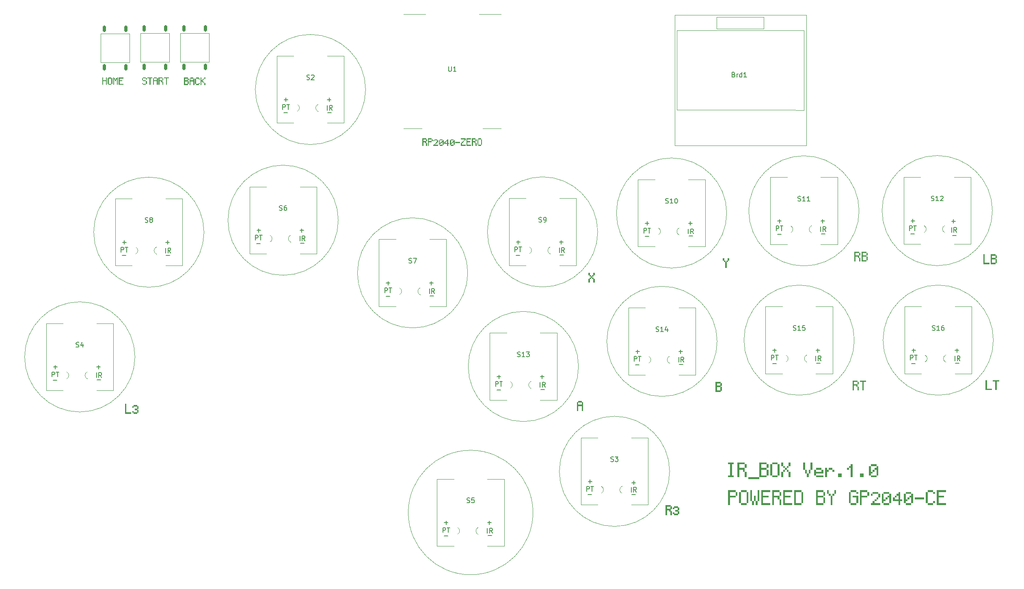
<source format=gto>
%TF.GenerationSoftware,KiCad,Pcbnew,8.0.6*%
%TF.CreationDate,2024-11-15T02:04:34+00:00*%
%TF.ProjectId,keychron_hitbox,6b657963-6872-46f6-9e5f-686974626f78,rev?*%
%TF.SameCoordinates,Original*%
%TF.FileFunction,Legend,Top*%
%TF.FilePolarity,Positive*%
%FSLAX46Y46*%
G04 Gerber Fmt 4.6, Leading zero omitted, Abs format (unit mm)*
G04 Created by KiCad (PCBNEW 8.0.6) date 2024-11-15 02:04:34*
%MOMM*%
%LPD*%
G01*
G04 APERTURE LIST*
G04 Aperture macros list*
%AMRoundRect*
0 Rectangle with rounded corners*
0 $1 Rounding radius*
0 $2 $3 $4 $5 $6 $7 $8 $9 X,Y pos of 4 corners*
0 Add a 4 corners polygon primitive as box body*
4,1,4,$2,$3,$4,$5,$6,$7,$8,$9,$2,$3,0*
0 Add four circle primitives for the rounded corners*
1,1,$1+$1,$2,$3*
1,1,$1+$1,$4,$5*
1,1,$1+$1,$6,$7*
1,1,$1+$1,$8,$9*
0 Add four rect primitives between the rounded corners*
20,1,$1+$1,$2,$3,$4,$5,0*
20,1,$1+$1,$4,$5,$6,$7,0*
20,1,$1+$1,$6,$7,$8,$9,0*
20,1,$1+$1,$8,$9,$2,$3,0*%
G04 Aperture macros list end*
%ADD10C,0.300000*%
%ADD11C,0.100000*%
%ADD12C,0.150000*%
%ADD13C,0.120000*%
%ADD14O,5.800000X1.500000*%
%ADD15C,3.500000*%
%ADD16R,0.700000X0.800000*%
%ADD17O,1.600000X2.000000*%
%ADD18RoundRect,0.175000X0.175000X-0.475000X0.175000X0.475000X-0.175000X0.475000X-0.175000X-0.475000X0*%
%ADD19C,1.700000*%
%ADD20R,3.500000X1.700000*%
%ADD21R,1.700000X3.500000*%
G04 APERTURE END LIST*
D10*
G36*
X67420000Y-109136594D02*
G01*
X67420000Y-108097585D01*
X67563614Y-108097585D01*
X67706741Y-108097585D01*
X67706741Y-109009099D01*
X67706741Y-109887885D01*
X68203531Y-109887885D01*
X68730118Y-109887885D01*
X68730118Y-110031011D01*
X68730118Y-110174626D01*
X68074570Y-110174626D01*
X67420000Y-110174626D01*
X67420000Y-109136594D01*
G37*
G36*
X69201507Y-108496678D02*
G01*
X69201507Y-108353063D01*
X69602065Y-108353063D01*
X70000669Y-108353063D01*
X70000669Y-108496678D01*
X70000669Y-108639804D01*
X69602065Y-108639804D01*
X69201507Y-108639804D01*
X69201507Y-108496678D01*
G37*
G36*
X69232770Y-108608541D02*
G01*
X69232770Y-108752156D01*
X69232770Y-108895282D01*
X69089644Y-108895282D01*
X68946029Y-108895282D01*
X68946029Y-108752156D01*
X68946029Y-108608541D01*
X69089644Y-108608541D01*
X69232770Y-108608541D01*
G37*
G36*
X69201507Y-109887885D02*
G01*
X69602065Y-109887885D01*
X69969406Y-109887885D01*
X69969406Y-109647550D01*
X69969406Y-109407704D01*
X69729560Y-109407704D01*
X69456985Y-109407704D01*
X69456985Y-109264577D01*
X69456985Y-109120963D01*
X69729560Y-109120963D01*
X69969406Y-109120963D01*
X69969406Y-108881116D01*
X69969406Y-108608541D01*
X70113021Y-108608541D01*
X70256147Y-108608541D01*
X70256147Y-108881116D01*
X70256147Y-109152226D01*
X70113021Y-109152226D01*
X70000669Y-109152226D01*
X70000669Y-109264577D01*
X70000669Y-109376441D01*
X70113021Y-109376441D01*
X70256147Y-109376441D01*
X70256147Y-109647550D01*
X70256147Y-109919148D01*
X70113021Y-109919148D01*
X70000669Y-109919148D01*
X70000669Y-110031011D01*
X70000669Y-110174626D01*
X69602065Y-110174626D01*
X69201507Y-110174626D01*
X69201507Y-110031011D01*
X69201507Y-109887885D01*
G37*
G36*
X69232770Y-109919148D02*
G01*
X69089644Y-109919148D01*
X68946029Y-109919148D01*
X68946029Y-109775533D01*
X68946029Y-109631919D01*
X69089644Y-109631919D01*
X69232770Y-109631919D01*
X69232770Y-109775533D01*
X69232770Y-109919148D01*
G37*
G36*
X190580000Y-104576594D02*
G01*
X190580000Y-103537585D01*
X191108053Y-103537585D01*
X191634640Y-103537585D01*
X191634640Y-103680711D01*
X191634640Y-103824326D01*
X191236036Y-103824326D01*
X190866741Y-103824326D01*
X190866741Y-104064173D01*
X190866741Y-104305484D01*
X191236036Y-104305484D01*
X191603377Y-104305484D01*
X191603377Y-104064173D01*
X191603377Y-103793063D01*
X191746992Y-103793063D01*
X191890118Y-103793063D01*
X191890118Y-104064173D01*
X191890118Y-104336748D01*
X191746992Y-104336748D01*
X191634640Y-104336748D01*
X191634640Y-104449099D01*
X191634640Y-104592226D01*
X191236036Y-104592226D01*
X190866741Y-104592226D01*
X190866741Y-104960055D01*
X190866741Y-105327885D01*
X191236036Y-105327885D01*
X191603377Y-105327885D01*
X191603377Y-104960055D01*
X191603377Y-104560963D01*
X191746992Y-104560963D01*
X191890118Y-104560963D01*
X191890118Y-104960055D01*
X191890118Y-105359148D01*
X191746992Y-105359148D01*
X191634640Y-105359148D01*
X191634640Y-105471011D01*
X191634640Y-105614626D01*
X191108053Y-105614626D01*
X190580000Y-105614626D01*
X190580000Y-104576594D01*
G37*
G36*
X62660000Y-40712445D02*
G01*
X62660000Y-39933189D01*
X62767711Y-39933189D01*
X62875055Y-39933189D01*
X62875055Y-40232508D01*
X62875055Y-40509113D01*
X63152027Y-40509113D01*
X63427533Y-40509113D01*
X63427533Y-40232508D01*
X63427533Y-39933189D01*
X63535244Y-39933189D01*
X63642588Y-39933189D01*
X63642588Y-40712445D01*
X63642588Y-41490969D01*
X63535244Y-41490969D01*
X63427533Y-41490969D01*
X63427533Y-41095662D01*
X63427533Y-40724169D01*
X63152027Y-40724169D01*
X62875055Y-40724169D01*
X62875055Y-41095662D01*
X62875055Y-41490969D01*
X62767711Y-41490969D01*
X62660000Y-41490969D01*
X62660000Y-40712445D01*
G37*
G36*
X63996130Y-40040533D02*
G01*
X63996130Y-39933189D01*
X64296549Y-39933189D01*
X64595502Y-39933189D01*
X64595502Y-40040533D01*
X64595502Y-40148244D01*
X64296549Y-40148244D01*
X64019577Y-40148244D01*
X64019577Y-40712445D01*
X64019577Y-41275914D01*
X64296549Y-41275914D01*
X64572055Y-41275914D01*
X64572055Y-40712445D01*
X64572055Y-40124797D01*
X64679766Y-40124797D01*
X64787110Y-40124797D01*
X64787110Y-40712445D01*
X64787110Y-41299361D01*
X64679766Y-41299361D01*
X64595502Y-41299361D01*
X64595502Y-41383258D01*
X64595502Y-41490969D01*
X64296549Y-41490969D01*
X63996130Y-41490969D01*
X63996130Y-41383258D01*
X63996130Y-41299361D01*
X63912233Y-41299361D01*
X63804521Y-41299361D01*
X63804521Y-40712445D01*
X63804521Y-40124797D01*
X63912233Y-40124797D01*
X63996130Y-40124797D01*
X63996130Y-40040533D01*
G37*
G36*
X64949043Y-40712445D02*
G01*
X64949043Y-39933189D01*
X65056755Y-39933189D01*
X65164099Y-39933189D01*
X65164099Y-40040533D01*
X65164099Y-40124797D01*
X65248363Y-40124797D01*
X65355708Y-40124797D01*
X65355708Y-40232508D01*
X65355708Y-40339853D01*
X65248363Y-40339853D01*
X65164099Y-40339853D01*
X65164099Y-40904054D01*
X65164099Y-41490969D01*
X65056755Y-41490969D01*
X64949043Y-41490969D01*
X64949043Y-40712445D01*
G37*
G36*
X65548415Y-40316406D02*
G01*
X65548415Y-40520837D01*
X65548415Y-40724169D01*
X65441071Y-40724169D01*
X65332260Y-40724169D01*
X65332260Y-40520837D01*
X65332260Y-40316406D01*
X65441071Y-40316406D01*
X65548415Y-40316406D01*
G37*
G36*
X65524968Y-40339853D02*
G01*
X65524968Y-40232508D01*
X65524968Y-40124797D01*
X65632679Y-40124797D01*
X65716577Y-40124797D01*
X65716577Y-40040533D01*
X65716577Y-39933189D01*
X65824288Y-39933189D01*
X65931632Y-39933189D01*
X65931632Y-40712445D01*
X65931632Y-41490969D01*
X65824288Y-41490969D01*
X65716577Y-41490969D01*
X65716577Y-40904054D01*
X65716577Y-40339853D01*
X65632679Y-40339853D01*
X65524968Y-40339853D01*
G37*
G36*
X66093565Y-40712445D02*
G01*
X66093565Y-39933189D01*
X66584494Y-39933189D01*
X67076154Y-39933189D01*
X67076154Y-40040533D01*
X67076154Y-40148244D01*
X66681214Y-40148244D01*
X66308621Y-40148244D01*
X66308621Y-40328129D01*
X66308621Y-40509113D01*
X66585593Y-40509113D01*
X66884546Y-40509113D01*
X66884546Y-40616824D01*
X66884546Y-40724169D01*
X66585593Y-40724169D01*
X66308621Y-40724169D01*
X66308621Y-41000041D01*
X66308621Y-41275914D01*
X66681214Y-41275914D01*
X67076154Y-41275914D01*
X67076154Y-41383258D01*
X67076154Y-41490969D01*
X66584494Y-41490969D01*
X66093565Y-41490969D01*
X66093565Y-40712445D01*
G37*
G36*
X79750000Y-40732445D02*
G01*
X79750000Y-39953189D01*
X80146039Y-39953189D01*
X80540980Y-39953189D01*
X80540980Y-40060533D01*
X80540980Y-40168244D01*
X80242027Y-40168244D01*
X79965055Y-40168244D01*
X79965055Y-40348129D01*
X79965055Y-40529113D01*
X80242027Y-40529113D01*
X80517533Y-40529113D01*
X80517533Y-40348129D01*
X80517533Y-40144797D01*
X80625244Y-40144797D01*
X80732588Y-40144797D01*
X80732588Y-40348129D01*
X80732588Y-40552561D01*
X80625244Y-40552561D01*
X80540980Y-40552561D01*
X80540980Y-40636824D01*
X80540980Y-40744169D01*
X80242027Y-40744169D01*
X79965055Y-40744169D01*
X79965055Y-41020041D01*
X79965055Y-41295914D01*
X80242027Y-41295914D01*
X80517533Y-41295914D01*
X80517533Y-41020041D01*
X80517533Y-40720722D01*
X80625244Y-40720722D01*
X80732588Y-40720722D01*
X80732588Y-41020041D01*
X80732588Y-41319361D01*
X80625244Y-41319361D01*
X80540980Y-41319361D01*
X80540980Y-41403258D01*
X80540980Y-41510969D01*
X80146039Y-41510969D01*
X79750000Y-41510969D01*
X79750000Y-40732445D01*
G37*
G36*
X81086130Y-40060533D02*
G01*
X81086130Y-39953189D01*
X81386549Y-39953189D01*
X81685502Y-39953189D01*
X81685502Y-40060533D01*
X81685502Y-40168244D01*
X81386549Y-40168244D01*
X81109577Y-40168244D01*
X81109577Y-40348129D01*
X81109577Y-40529113D01*
X81386549Y-40529113D01*
X81662055Y-40529113D01*
X81662055Y-40348129D01*
X81662055Y-40144797D01*
X81769766Y-40144797D01*
X81877110Y-40144797D01*
X81877110Y-40828433D01*
X81877110Y-41510969D01*
X81769766Y-41510969D01*
X81662055Y-41510969D01*
X81662055Y-41115662D01*
X81662055Y-40744169D01*
X81386549Y-40744169D01*
X81109577Y-40744169D01*
X81109577Y-41115662D01*
X81109577Y-41510969D01*
X81002233Y-41510969D01*
X80894521Y-41510969D01*
X80894521Y-40828433D01*
X80894521Y-40144797D01*
X81002233Y-40144797D01*
X81086130Y-40144797D01*
X81086130Y-40060533D01*
G37*
G36*
X82230652Y-40060533D02*
G01*
X82230652Y-39953189D01*
X82531071Y-39953189D01*
X82830024Y-39953189D01*
X82830024Y-40060533D01*
X82830024Y-40168244D01*
X82531071Y-40168244D01*
X82230652Y-40168244D01*
X82230652Y-40060533D01*
G37*
G36*
X82830024Y-41295914D02*
G01*
X82830024Y-41403258D01*
X82830024Y-41510969D01*
X82531071Y-41510969D01*
X82230652Y-41510969D01*
X82230652Y-41403258D01*
X82230652Y-41319361D01*
X82146755Y-41319361D01*
X82039043Y-41319361D01*
X82039043Y-40732445D01*
X82039043Y-40144797D01*
X82146755Y-40144797D01*
X82254099Y-40144797D01*
X82254099Y-40732445D01*
X82254099Y-41295914D01*
X82531071Y-41295914D01*
X82830024Y-41295914D01*
G37*
G36*
X82806577Y-41319361D02*
G01*
X82806577Y-41211650D01*
X82806577Y-41103939D01*
X82914288Y-41103939D01*
X83021632Y-41103939D01*
X83021632Y-41211650D01*
X83021632Y-41319361D01*
X82914288Y-41319361D01*
X82806577Y-41319361D01*
G37*
G36*
X82806577Y-40144797D02*
G01*
X82914288Y-40144797D01*
X83021632Y-40144797D01*
X83021632Y-40252508D01*
X83021632Y-40359853D01*
X82914288Y-40359853D01*
X82806577Y-40359853D01*
X82806577Y-40252508D01*
X82806577Y-40144797D01*
G37*
G36*
X83183565Y-40732445D02*
G01*
X83183565Y-39953189D01*
X83291277Y-39953189D01*
X83398621Y-39953189D01*
X83398621Y-40252508D01*
X83398621Y-40529113D01*
X83482885Y-40529113D01*
X83590230Y-40529113D01*
X83590230Y-40636824D01*
X83590230Y-40744169D01*
X83482885Y-40744169D01*
X83398621Y-40744169D01*
X83398621Y-41115662D01*
X83398621Y-41510969D01*
X83291277Y-41510969D01*
X83183565Y-41510969D01*
X83183565Y-40732445D01*
G37*
G36*
X83974546Y-41127386D02*
G01*
X83867201Y-41127386D01*
X83759490Y-41127386D01*
X83759490Y-41020041D01*
X83759490Y-40935778D01*
X83675593Y-40935778D01*
X83566782Y-40935778D01*
X83566782Y-40828433D01*
X83566782Y-40720722D01*
X83675593Y-40720722D01*
X83782937Y-40720722D01*
X83782937Y-40828433D01*
X83782937Y-40912330D01*
X83867201Y-40912330D01*
X83974546Y-40912330D01*
X83974546Y-41020041D01*
X83974546Y-41127386D01*
G37*
G36*
X83951099Y-41103939D02*
G01*
X84058810Y-41103939D01*
X84166154Y-41103939D01*
X84166154Y-41307637D01*
X84166154Y-41510969D01*
X84058810Y-41510969D01*
X83951099Y-41510969D01*
X83951099Y-41307637D01*
X83951099Y-41103939D01*
G37*
G36*
X83974546Y-40144797D02*
G01*
X83974546Y-40252508D01*
X83974546Y-40359853D01*
X83867201Y-40359853D01*
X83782937Y-40359853D01*
X83782937Y-40444117D01*
X83782937Y-40552561D01*
X83675593Y-40552561D01*
X83566782Y-40552561D01*
X83566782Y-40444117D01*
X83566782Y-40336406D01*
X83675593Y-40336406D01*
X83759490Y-40336406D01*
X83759490Y-40252508D01*
X83759490Y-40144797D01*
X83867201Y-40144797D01*
X83974546Y-40144797D01*
G37*
G36*
X83951099Y-40168244D02*
G01*
X83951099Y-40060533D01*
X83951099Y-39953189D01*
X84058810Y-39953189D01*
X84166154Y-39953189D01*
X84166154Y-40060533D01*
X84166154Y-40168244D01*
X84058810Y-40168244D01*
X83951099Y-40168244D01*
G37*
G36*
X129450000Y-53432445D02*
G01*
X129450000Y-52653189D01*
X129846039Y-52653189D01*
X130240980Y-52653189D01*
X130240980Y-52760533D01*
X130240980Y-52868244D01*
X129942027Y-52868244D01*
X129665055Y-52868244D01*
X129665055Y-53048129D01*
X129665055Y-53229113D01*
X129942027Y-53229113D01*
X130217533Y-53229113D01*
X130217533Y-53048129D01*
X130217533Y-52844797D01*
X130325244Y-52844797D01*
X130432588Y-52844797D01*
X130432588Y-53048129D01*
X130432588Y-53252561D01*
X130325244Y-53252561D01*
X130240980Y-53252561D01*
X130240980Y-53432445D01*
X130240980Y-53635778D01*
X130133635Y-53635778D01*
X130025924Y-53635778D01*
X130025924Y-53528433D01*
X130025924Y-53444169D01*
X129846039Y-53444169D01*
X129665055Y-53444169D01*
X129665055Y-53815662D01*
X129665055Y-54210969D01*
X129557711Y-54210969D01*
X129450000Y-54210969D01*
X129450000Y-53432445D01*
G37*
G36*
X130217533Y-53612330D02*
G01*
X130325244Y-53612330D01*
X130432588Y-53612330D01*
X130432588Y-53911650D01*
X130432588Y-54210969D01*
X130325244Y-54210969D01*
X130217533Y-54210969D01*
X130217533Y-53911650D01*
X130217533Y-53612330D01*
G37*
G36*
X130594521Y-53432445D02*
G01*
X130594521Y-52653189D01*
X130990561Y-52653189D01*
X131385502Y-52653189D01*
X131385502Y-52760533D01*
X131385502Y-52868244D01*
X131086549Y-52868244D01*
X130809577Y-52868244D01*
X130809577Y-53048129D01*
X130809577Y-53229113D01*
X131086549Y-53229113D01*
X131362055Y-53229113D01*
X131362055Y-53048129D01*
X131362055Y-52844797D01*
X131469766Y-52844797D01*
X131577110Y-52844797D01*
X131577110Y-53048129D01*
X131577110Y-53252561D01*
X131469766Y-53252561D01*
X131385502Y-53252561D01*
X131385502Y-53336824D01*
X131385502Y-53444169D01*
X131086549Y-53444169D01*
X130809577Y-53444169D01*
X130809577Y-53815662D01*
X130809577Y-54210969D01*
X130702233Y-54210969D01*
X130594521Y-54210969D01*
X130594521Y-53432445D01*
G37*
G36*
X131930652Y-52952508D02*
G01*
X131930652Y-52844797D01*
X132231071Y-52844797D01*
X132530024Y-52844797D01*
X132530024Y-52952508D01*
X132530024Y-53059853D01*
X132231071Y-53059853D01*
X131930652Y-53059853D01*
X131930652Y-52952508D01*
G37*
G36*
X131954099Y-53036406D02*
G01*
X131954099Y-53144117D01*
X131954099Y-53251461D01*
X131846755Y-53251461D01*
X131739043Y-53251461D01*
X131739043Y-53144117D01*
X131739043Y-53036406D01*
X131846755Y-53036406D01*
X131954099Y-53036406D01*
G37*
G36*
X132122260Y-53827386D02*
G01*
X132122260Y-53720041D01*
X132122260Y-53612330D01*
X132231071Y-53612330D01*
X132314968Y-53612330D01*
X132314968Y-53528433D01*
X132314968Y-53420722D01*
X132422679Y-53420722D01*
X132506577Y-53420722D01*
X132506577Y-53240837D01*
X132506577Y-53036406D01*
X132614288Y-53036406D01*
X132721632Y-53036406D01*
X132721632Y-53240837D01*
X132721632Y-53444169D01*
X132614288Y-53444169D01*
X132530024Y-53444169D01*
X132530024Y-53528433D01*
X132530024Y-53635778D01*
X132422679Y-53635778D01*
X132338415Y-53635778D01*
X132338415Y-53720041D01*
X132338415Y-53827386D01*
X132231071Y-53827386D01*
X132122260Y-53827386D01*
G37*
G36*
X132145708Y-53803939D02*
G01*
X132145708Y-53911650D01*
X132145708Y-53995914D01*
X132422679Y-53995914D01*
X132721632Y-53995914D01*
X132721632Y-54103258D01*
X132721632Y-54210969D01*
X132229972Y-54210969D01*
X131739043Y-54210969D01*
X131739043Y-54103258D01*
X131739043Y-53995914D01*
X131846755Y-53995914D01*
X131930652Y-53995914D01*
X131930652Y-53911650D01*
X131930652Y-53803939D01*
X132038363Y-53803939D01*
X132145708Y-53803939D01*
G37*
G36*
X133075174Y-52952508D02*
G01*
X133075174Y-52844797D01*
X133375593Y-52844797D01*
X133674546Y-52844797D01*
X133674546Y-52952508D01*
X133674546Y-53059853D01*
X133375593Y-53059853D01*
X133098621Y-53059853D01*
X133098621Y-53336824D01*
X133098621Y-53612330D01*
X133182885Y-53612330D01*
X133290230Y-53612330D01*
X133290230Y-53720041D01*
X133290230Y-53827386D01*
X133182885Y-53827386D01*
X133098621Y-53827386D01*
X133098621Y-53911650D01*
X133098621Y-53995914D01*
X133375593Y-53995914D01*
X133651099Y-53995914D01*
X133651099Y-53720041D01*
X133651099Y-53444169D01*
X133567201Y-53444169D01*
X133459490Y-53444169D01*
X133459490Y-53336824D01*
X133459490Y-53228014D01*
X133567201Y-53228014D01*
X133651099Y-53228014D01*
X133651099Y-53144117D01*
X133651099Y-53036406D01*
X133758810Y-53036406D01*
X133866154Y-53036406D01*
X133866154Y-53528433D01*
X133866154Y-54019361D01*
X133758810Y-54019361D01*
X133674546Y-54019361D01*
X133674546Y-54103258D01*
X133674546Y-54210969D01*
X133375593Y-54210969D01*
X133075174Y-54210969D01*
X133075174Y-54103258D01*
X133075174Y-54019361D01*
X132991277Y-54019361D01*
X132883565Y-54019361D01*
X132883565Y-53528433D01*
X132883565Y-53036406D01*
X132991277Y-53036406D01*
X133075174Y-53036406D01*
X133075174Y-52952508D01*
G37*
G36*
X133266782Y-53528433D02*
G01*
X133266782Y-53420722D01*
X133375593Y-53420722D01*
X133482937Y-53420722D01*
X133482937Y-53528433D01*
X133482937Y-53635778D01*
X133375593Y-53635778D01*
X133266782Y-53635778D01*
X133266782Y-53528433D01*
G37*
G36*
X134819068Y-53240837D02*
G01*
X134819068Y-53612330D01*
X134903332Y-53612330D01*
X135010676Y-53612330D01*
X135010676Y-53720041D01*
X135010676Y-53827386D01*
X134903332Y-53827386D01*
X134819068Y-53827386D01*
X134819068Y-54007637D01*
X134819068Y-54210969D01*
X134711723Y-54210969D01*
X134604012Y-54210969D01*
X134604012Y-54007637D01*
X134604012Y-53827386D01*
X134327407Y-53827386D01*
X134028087Y-53827386D01*
X134028087Y-53624054D01*
X134028087Y-53444169D01*
X134243143Y-53444169D01*
X134243143Y-53528433D01*
X134243143Y-53612330D01*
X134424127Y-53612330D01*
X134604012Y-53612330D01*
X134604012Y-53432445D01*
X134604012Y-53251461D01*
X134520115Y-53251461D01*
X134434752Y-53251461D01*
X134434752Y-53336824D01*
X134434752Y-53444169D01*
X134327407Y-53444169D01*
X134243143Y-53444169D01*
X134028087Y-53444169D01*
X134028087Y-53420722D01*
X134135799Y-53420722D01*
X134219696Y-53420722D01*
X134219696Y-53336824D01*
X134219696Y-53228014D01*
X134327407Y-53228014D01*
X134411304Y-53228014D01*
X134411304Y-53144117D01*
X134411304Y-53036406D01*
X134520115Y-53036406D01*
X134604012Y-53036406D01*
X134604012Y-52952508D01*
X134604012Y-52844797D01*
X134711723Y-52844797D01*
X134819068Y-52844797D01*
X134819068Y-53240837D01*
G37*
G36*
X135364218Y-52952508D02*
G01*
X135364218Y-52844797D01*
X135664637Y-52844797D01*
X135963590Y-52844797D01*
X135963590Y-52952508D01*
X135963590Y-53059853D01*
X135664637Y-53059853D01*
X135387665Y-53059853D01*
X135387665Y-53336824D01*
X135387665Y-53612330D01*
X135471929Y-53612330D01*
X135579274Y-53612330D01*
X135579274Y-53720041D01*
X135579274Y-53827386D01*
X135471929Y-53827386D01*
X135387665Y-53827386D01*
X135387665Y-53911650D01*
X135387665Y-53995914D01*
X135664637Y-53995914D01*
X135940143Y-53995914D01*
X135940143Y-53720041D01*
X135940143Y-53444169D01*
X135856245Y-53444169D01*
X135748534Y-53444169D01*
X135748534Y-53336824D01*
X135748534Y-53228014D01*
X135856245Y-53228014D01*
X135940143Y-53228014D01*
X135940143Y-53144117D01*
X135940143Y-53036406D01*
X136047854Y-53036406D01*
X136155198Y-53036406D01*
X136155198Y-53528433D01*
X136155198Y-54019361D01*
X136047854Y-54019361D01*
X135963590Y-54019361D01*
X135963590Y-54103258D01*
X135963590Y-54210969D01*
X135664637Y-54210969D01*
X135364218Y-54210969D01*
X135364218Y-54103258D01*
X135364218Y-54019361D01*
X135280321Y-54019361D01*
X135172609Y-54019361D01*
X135172609Y-53528433D01*
X135172609Y-53036406D01*
X135280321Y-53036406D01*
X135364218Y-53036406D01*
X135364218Y-52952508D01*
G37*
G36*
X135555826Y-53528433D02*
G01*
X135555826Y-53420722D01*
X135664637Y-53420722D01*
X135771981Y-53420722D01*
X135771981Y-53528433D01*
X135771981Y-53635778D01*
X135664637Y-53635778D01*
X135555826Y-53635778D01*
X135555826Y-53528433D01*
G37*
G36*
X136317131Y-53529532D02*
G01*
X136317131Y-53421821D01*
X136808060Y-53421821D01*
X137299720Y-53421821D01*
X137299720Y-53529532D01*
X137299720Y-53636877D01*
X136808060Y-53636877D01*
X136317131Y-53636877D01*
X136317131Y-53529532D01*
G37*
G36*
X137461653Y-52760533D02*
G01*
X137461653Y-52653189D01*
X137952581Y-52653189D01*
X138444242Y-52653189D01*
X138444242Y-52856521D01*
X138444242Y-53059853D01*
X138336898Y-53059853D01*
X138229187Y-53059853D01*
X138229187Y-52952508D01*
X138229187Y-52868244D01*
X137857693Y-52868244D01*
X137461653Y-52868244D01*
X137461653Y-52760533D01*
G37*
G36*
X137653262Y-53635778D02*
G01*
X137653262Y-53528433D01*
X137653262Y-53420722D01*
X137760973Y-53420722D01*
X137844870Y-53420722D01*
X137844870Y-53336824D01*
X137844870Y-53229113D01*
X137953681Y-53229113D01*
X138037578Y-53229113D01*
X138037578Y-53144117D01*
X138037578Y-53036406D01*
X138145289Y-53036406D01*
X138252634Y-53036406D01*
X138252634Y-53144117D01*
X138252634Y-53252561D01*
X138145289Y-53252561D01*
X138061025Y-53252561D01*
X138061025Y-53336824D01*
X138061025Y-53444169D01*
X137953681Y-53444169D01*
X137868318Y-53444169D01*
X137868318Y-53528433D01*
X137868318Y-53635778D01*
X137760973Y-53635778D01*
X137653262Y-53635778D01*
G37*
G36*
X137676709Y-53612330D02*
G01*
X137676709Y-53815662D01*
X137676709Y-53995914D01*
X138049302Y-53995914D01*
X138444242Y-53995914D01*
X138444242Y-54103258D01*
X138444242Y-54210969D01*
X137952581Y-54210969D01*
X137461653Y-54210969D01*
X137461653Y-53911650D01*
X137461653Y-53612330D01*
X137569364Y-53612330D01*
X137676709Y-53612330D01*
G37*
G36*
X138606175Y-53432445D02*
G01*
X138606175Y-52653189D01*
X139097103Y-52653189D01*
X139588764Y-52653189D01*
X139588764Y-52760533D01*
X139588764Y-52868244D01*
X139193824Y-52868244D01*
X138821231Y-52868244D01*
X138821231Y-53048129D01*
X138821231Y-53229113D01*
X139098203Y-53229113D01*
X139397156Y-53229113D01*
X139397156Y-53336824D01*
X139397156Y-53444169D01*
X139098203Y-53444169D01*
X138821231Y-53444169D01*
X138821231Y-53720041D01*
X138821231Y-53995914D01*
X139193824Y-53995914D01*
X139588764Y-53995914D01*
X139588764Y-54103258D01*
X139588764Y-54210969D01*
X139097103Y-54210969D01*
X138606175Y-54210969D01*
X138606175Y-53432445D01*
G37*
G36*
X139750697Y-53432445D02*
G01*
X139750697Y-52653189D01*
X140146737Y-52653189D01*
X140541678Y-52653189D01*
X140541678Y-52760533D01*
X140541678Y-52868244D01*
X140242725Y-52868244D01*
X139965753Y-52868244D01*
X139965753Y-53048129D01*
X139965753Y-53229113D01*
X140242725Y-53229113D01*
X140518230Y-53229113D01*
X140518230Y-53048129D01*
X140518230Y-52844797D01*
X140625942Y-52844797D01*
X140733286Y-52844797D01*
X140733286Y-53048129D01*
X140733286Y-53252561D01*
X140625942Y-53252561D01*
X140541678Y-53252561D01*
X140541678Y-53432445D01*
X140541678Y-53635778D01*
X140434333Y-53635778D01*
X140326622Y-53635778D01*
X140326622Y-53528433D01*
X140326622Y-53444169D01*
X140146737Y-53444169D01*
X139965753Y-53444169D01*
X139965753Y-53815662D01*
X139965753Y-54210969D01*
X139858408Y-54210969D01*
X139750697Y-54210969D01*
X139750697Y-53432445D01*
G37*
G36*
X140518230Y-53612330D02*
G01*
X140625942Y-53612330D01*
X140733286Y-53612330D01*
X140733286Y-53911650D01*
X140733286Y-54210969D01*
X140625942Y-54210969D01*
X140518230Y-54210969D01*
X140518230Y-53911650D01*
X140518230Y-53612330D01*
G37*
G36*
X141086828Y-52760533D02*
G01*
X141086828Y-52653189D01*
X141387247Y-52653189D01*
X141686200Y-52653189D01*
X141686200Y-52760533D01*
X141686200Y-52868244D01*
X141387247Y-52868244D01*
X141110275Y-52868244D01*
X141110275Y-53432445D01*
X141110275Y-53995914D01*
X141387247Y-53995914D01*
X141662752Y-53995914D01*
X141662752Y-53432445D01*
X141662752Y-52844797D01*
X141770464Y-52844797D01*
X141877808Y-52844797D01*
X141877808Y-53432445D01*
X141877808Y-54019361D01*
X141770464Y-54019361D01*
X141686200Y-54019361D01*
X141686200Y-54103258D01*
X141686200Y-54210969D01*
X141387247Y-54210969D01*
X141086828Y-54210969D01*
X141086828Y-54103258D01*
X141086828Y-54019361D01*
X141002930Y-54019361D01*
X140895219Y-54019361D01*
X140895219Y-53432445D01*
X140895219Y-52844797D01*
X141002930Y-52844797D01*
X141086828Y-52844797D01*
X141086828Y-52760533D01*
G37*
G36*
X246880000Y-104176594D02*
G01*
X246880000Y-103137585D01*
X247023614Y-103137585D01*
X247166741Y-103137585D01*
X247166741Y-104049099D01*
X247166741Y-104927885D01*
X247663531Y-104927885D01*
X248190118Y-104927885D01*
X248190118Y-105071011D01*
X248190118Y-105214626D01*
X247534570Y-105214626D01*
X246880000Y-105214626D01*
X246880000Y-104176594D01*
G37*
G36*
X248406029Y-103280711D02*
G01*
X248406029Y-103137585D01*
X249060600Y-103137585D01*
X249716147Y-103137585D01*
X249716147Y-103280711D01*
X249716147Y-103424326D01*
X249445038Y-103424326D01*
X249205191Y-103424326D01*
X249205191Y-104304577D01*
X249205191Y-105214626D01*
X249062065Y-105214626D01*
X248916985Y-105214626D01*
X248916985Y-104304577D01*
X248916985Y-103424326D01*
X248677138Y-103424326D01*
X248406029Y-103424326D01*
X248406029Y-103280711D01*
G37*
G36*
X180150000Y-130316594D02*
G01*
X180150000Y-129277585D01*
X180678053Y-129277585D01*
X181204640Y-129277585D01*
X181204640Y-129420711D01*
X181204640Y-129564326D01*
X180806036Y-129564326D01*
X180436741Y-129564326D01*
X180436741Y-129804173D01*
X180436741Y-130045484D01*
X180806036Y-130045484D01*
X181173377Y-130045484D01*
X181173377Y-129804173D01*
X181173377Y-129533063D01*
X181316992Y-129533063D01*
X181460118Y-129533063D01*
X181460118Y-129804173D01*
X181460118Y-130076748D01*
X181316992Y-130076748D01*
X181204640Y-130076748D01*
X181204640Y-130316594D01*
X181204640Y-130587704D01*
X181061514Y-130587704D01*
X180917899Y-130587704D01*
X180917899Y-130444577D01*
X180917899Y-130332226D01*
X180678053Y-130332226D01*
X180436741Y-130332226D01*
X180436741Y-130827550D01*
X180436741Y-131354626D01*
X180293614Y-131354626D01*
X180150000Y-131354626D01*
X180150000Y-130316594D01*
G37*
G36*
X181173377Y-130556441D02*
G01*
X181316992Y-130556441D01*
X181460118Y-130556441D01*
X181460118Y-130955533D01*
X181460118Y-131354626D01*
X181316992Y-131354626D01*
X181173377Y-131354626D01*
X181173377Y-130955533D01*
X181173377Y-130556441D01*
G37*
G36*
X181931507Y-129676678D02*
G01*
X181931507Y-129533063D01*
X182332065Y-129533063D01*
X182730669Y-129533063D01*
X182730669Y-129676678D01*
X182730669Y-129819804D01*
X182332065Y-129819804D01*
X181931507Y-129819804D01*
X181931507Y-129676678D01*
G37*
G36*
X181962770Y-129788541D02*
G01*
X181962770Y-129932156D01*
X181962770Y-130075282D01*
X181819644Y-130075282D01*
X181676029Y-130075282D01*
X181676029Y-129932156D01*
X181676029Y-129788541D01*
X181819644Y-129788541D01*
X181962770Y-129788541D01*
G37*
G36*
X181931507Y-131067885D02*
G01*
X182332065Y-131067885D01*
X182699406Y-131067885D01*
X182699406Y-130827550D01*
X182699406Y-130587704D01*
X182459560Y-130587704D01*
X182186985Y-130587704D01*
X182186985Y-130444577D01*
X182186985Y-130300963D01*
X182459560Y-130300963D01*
X182699406Y-130300963D01*
X182699406Y-130061116D01*
X182699406Y-129788541D01*
X182843021Y-129788541D01*
X182986147Y-129788541D01*
X182986147Y-130061116D01*
X182986147Y-130332226D01*
X182843021Y-130332226D01*
X182730669Y-130332226D01*
X182730669Y-130444577D01*
X182730669Y-130556441D01*
X182843021Y-130556441D01*
X182986147Y-130556441D01*
X182986147Y-130827550D01*
X182986147Y-131099148D01*
X182843021Y-131099148D01*
X182730669Y-131099148D01*
X182730669Y-131211011D01*
X182730669Y-131354626D01*
X182332065Y-131354626D01*
X181931507Y-131354626D01*
X181931507Y-131211011D01*
X181931507Y-131067885D01*
G37*
G36*
X181962770Y-131099148D02*
G01*
X181819644Y-131099148D01*
X181676029Y-131099148D01*
X181676029Y-130955533D01*
X181676029Y-130811919D01*
X181819644Y-130811919D01*
X181962770Y-130811919D01*
X181962770Y-130955533D01*
X181962770Y-131099148D01*
G37*
G36*
X219160000Y-104286594D02*
G01*
X219160000Y-103247585D01*
X219688053Y-103247585D01*
X220214640Y-103247585D01*
X220214640Y-103390711D01*
X220214640Y-103534326D01*
X219816036Y-103534326D01*
X219446741Y-103534326D01*
X219446741Y-103774173D01*
X219446741Y-104015484D01*
X219816036Y-104015484D01*
X220183377Y-104015484D01*
X220183377Y-103774173D01*
X220183377Y-103503063D01*
X220326992Y-103503063D01*
X220470118Y-103503063D01*
X220470118Y-103774173D01*
X220470118Y-104046748D01*
X220326992Y-104046748D01*
X220214640Y-104046748D01*
X220214640Y-104286594D01*
X220214640Y-104557704D01*
X220071514Y-104557704D01*
X219927899Y-104557704D01*
X219927899Y-104414577D01*
X219927899Y-104302226D01*
X219688053Y-104302226D01*
X219446741Y-104302226D01*
X219446741Y-104797550D01*
X219446741Y-105324626D01*
X219303614Y-105324626D01*
X219160000Y-105324626D01*
X219160000Y-104286594D01*
G37*
G36*
X220183377Y-104526441D02*
G01*
X220326992Y-104526441D01*
X220470118Y-104526441D01*
X220470118Y-104925533D01*
X220470118Y-105324626D01*
X220326992Y-105324626D01*
X220183377Y-105324626D01*
X220183377Y-104925533D01*
X220183377Y-104526441D01*
G37*
G36*
X220686029Y-103390711D02*
G01*
X220686029Y-103247585D01*
X221340600Y-103247585D01*
X221996147Y-103247585D01*
X221996147Y-103390711D01*
X221996147Y-103534326D01*
X221725038Y-103534326D01*
X221485191Y-103534326D01*
X221485191Y-104414577D01*
X221485191Y-105324626D01*
X221342065Y-105324626D01*
X221196985Y-105324626D01*
X221196985Y-104414577D01*
X221196985Y-103534326D01*
X220957138Y-103534326D01*
X220686029Y-103534326D01*
X220686029Y-103390711D01*
G37*
D11*
G36*
X193213217Y-120544515D02*
G01*
X193213217Y-120353272D01*
X193788408Y-120353272D01*
X194365066Y-120353272D01*
X194365066Y-120544515D01*
X194365066Y-120736489D01*
X194173824Y-120736489D01*
X193981849Y-120736489D01*
X193981849Y-121888339D01*
X193981849Y-123038722D01*
X194173824Y-123038722D01*
X194365066Y-123038722D01*
X194365066Y-123229965D01*
X194365066Y-123421939D01*
X193788408Y-123421939D01*
X193213217Y-123421939D01*
X193213217Y-123229965D01*
X193213217Y-123038722D01*
X193405191Y-123038722D01*
X193596434Y-123038722D01*
X193596434Y-121888339D01*
X193596434Y-120736489D01*
X193405191Y-120736489D01*
X193213217Y-120736489D01*
X193213217Y-120544515D01*
G37*
G36*
X195119043Y-121888339D02*
G01*
X195119043Y-120353272D01*
X195887676Y-120353272D01*
X196654110Y-120353272D01*
X196654110Y-120544515D01*
X196654110Y-120736489D01*
X196079651Y-120736489D01*
X195502260Y-120736489D01*
X195502260Y-121119706D01*
X195502260Y-121505122D01*
X196079651Y-121505122D01*
X196654110Y-121505122D01*
X196654110Y-121119706D01*
X196654110Y-120736489D01*
X196846085Y-120736489D01*
X197037327Y-120736489D01*
X197037327Y-121119706D01*
X197037327Y-121505122D01*
X196846085Y-121505122D01*
X196654110Y-121505122D01*
X196654110Y-121888339D01*
X196654110Y-122271556D01*
X196462868Y-122271556D01*
X196270893Y-122271556D01*
X196270893Y-122080314D01*
X196270893Y-121888339D01*
X195887676Y-121888339D01*
X195502260Y-121888339D01*
X195502260Y-122654773D01*
X195502260Y-123421939D01*
X195311018Y-123421939D01*
X195119043Y-123421939D01*
X195119043Y-121888339D01*
G37*
G36*
X196654110Y-122271556D02*
G01*
X196846085Y-122271556D01*
X197037327Y-122271556D01*
X197037327Y-122846748D01*
X197037327Y-123421939D01*
X196846085Y-123421939D01*
X196654110Y-123421939D01*
X196654110Y-122846748D01*
X196654110Y-122271556D01*
G37*
G36*
X197408087Y-123617578D02*
G01*
X197408087Y-123425603D01*
X198559937Y-123425603D01*
X199710321Y-123425603D01*
X199710321Y-123617578D01*
X199710321Y-123809553D01*
X198559937Y-123809553D01*
X197408087Y-123809553D01*
X197408087Y-123617578D01*
G37*
G36*
X199697131Y-121888339D02*
G01*
X199697131Y-120353272D01*
X200465764Y-120353272D01*
X201232198Y-120353272D01*
X201232198Y-120544515D01*
X201232198Y-120736489D01*
X200657739Y-120736489D01*
X200080348Y-120736489D01*
X200080348Y-121119706D01*
X200080348Y-121505122D01*
X200657739Y-121505122D01*
X201232198Y-121505122D01*
X201232198Y-121119706D01*
X201232198Y-120736489D01*
X201424173Y-120736489D01*
X201615415Y-120736489D01*
X201615415Y-121119706D01*
X201615415Y-121505122D01*
X201424173Y-121505122D01*
X201232198Y-121505122D01*
X201232198Y-121697096D01*
X201232198Y-121888339D01*
X200657739Y-121888339D01*
X200080348Y-121888339D01*
X200080348Y-122463531D01*
X200080348Y-123038722D01*
X200657739Y-123038722D01*
X201232198Y-123038722D01*
X201232198Y-122463531D01*
X201232198Y-121888339D01*
X201424173Y-121888339D01*
X201615415Y-121888339D01*
X201615415Y-122463531D01*
X201615415Y-123038722D01*
X201424173Y-123038722D01*
X201232198Y-123038722D01*
X201232198Y-123229965D01*
X201232198Y-123421939D01*
X200465764Y-123421939D01*
X199697131Y-123421939D01*
X199697131Y-121888339D01*
G37*
G36*
X202369392Y-120544515D02*
G01*
X202369392Y-120353272D01*
X202946782Y-120353272D01*
X203521242Y-120353272D01*
X203521242Y-120544515D01*
X203521242Y-120736489D01*
X202946782Y-120736489D01*
X202369392Y-120736489D01*
X202369392Y-121888339D01*
X202369392Y-123038722D01*
X202946782Y-123038722D01*
X203521242Y-123038722D01*
X203521242Y-121888339D01*
X203521242Y-120736489D01*
X203713217Y-120736489D01*
X203904459Y-120736489D01*
X203904459Y-121888339D01*
X203904459Y-123038722D01*
X203713217Y-123038722D01*
X203521242Y-123038722D01*
X203521242Y-123229965D01*
X203521242Y-123421939D01*
X202946782Y-123421939D01*
X202369392Y-123421939D01*
X202369392Y-123229965D01*
X202369392Y-123038722D01*
X202178150Y-123038722D01*
X201986175Y-123038722D01*
X201986175Y-121888339D01*
X201986175Y-120736489D01*
X202178150Y-120736489D01*
X202369392Y-120736489D01*
X202369392Y-120544515D01*
G37*
G36*
X204275219Y-120736489D02*
G01*
X204275219Y-120353272D01*
X204467194Y-120353272D01*
X204658436Y-120353272D01*
X204658436Y-120736489D01*
X204658436Y-121119706D01*
X204467194Y-121119706D01*
X204275219Y-121119706D01*
X204275219Y-120736489D01*
G37*
G36*
X204658436Y-122271556D02*
G01*
X204658436Y-122080314D01*
X204658436Y-121888339D01*
X204850411Y-121888339D01*
X205041653Y-121888339D01*
X205041653Y-121697096D01*
X205041653Y-121505122D01*
X204850411Y-121505122D01*
X204658436Y-121505122D01*
X204658436Y-121311681D01*
X204658436Y-121119706D01*
X204850411Y-121119706D01*
X205041653Y-121119706D01*
X205041653Y-121311681D01*
X205041653Y-121505122D01*
X205235826Y-121505122D01*
X205427069Y-121505122D01*
X205427069Y-121697096D01*
X205427069Y-121888339D01*
X205235826Y-121888339D01*
X205041653Y-121888339D01*
X205041653Y-122080314D01*
X205041653Y-122271556D01*
X204850411Y-122271556D01*
X204658436Y-122271556D01*
G37*
G36*
X204658436Y-122271556D02*
G01*
X204658436Y-122846748D01*
X204658436Y-123421939D01*
X204467194Y-123421939D01*
X204275219Y-123421939D01*
X204275219Y-122846748D01*
X204275219Y-122271556D01*
X204467194Y-122271556D01*
X204658436Y-122271556D01*
G37*
G36*
X205810286Y-122271556D02*
G01*
X205619043Y-122271556D01*
X205427069Y-122271556D01*
X205427069Y-122080314D01*
X205427069Y-121888339D01*
X205619043Y-121888339D01*
X205810286Y-121888339D01*
X205810286Y-122080314D01*
X205810286Y-122271556D01*
G37*
G36*
X205810286Y-122271556D02*
G01*
X206002260Y-122271556D01*
X206193503Y-122271556D01*
X206193503Y-122846748D01*
X206193503Y-123421939D01*
X206002260Y-123421939D01*
X205810286Y-123421939D01*
X205810286Y-122846748D01*
X205810286Y-122271556D01*
G37*
G36*
X205810286Y-121119706D02*
G01*
X205810286Y-121311681D01*
X205810286Y-121505122D01*
X205619043Y-121505122D01*
X205427069Y-121505122D01*
X205427069Y-121311681D01*
X205427069Y-121119706D01*
X205619043Y-121119706D01*
X205810286Y-121119706D01*
G37*
G36*
X205810286Y-121119706D02*
G01*
X205810286Y-120736489D01*
X205810286Y-120353272D01*
X206002260Y-120353272D01*
X206193503Y-120353272D01*
X206193503Y-120736489D01*
X206193503Y-121119706D01*
X206002260Y-121119706D01*
X205810286Y-121119706D01*
G37*
G36*
X208853307Y-121119706D02*
G01*
X208853307Y-120353272D01*
X209045282Y-120353272D01*
X209236524Y-120353272D01*
X209236524Y-121119706D01*
X209236524Y-121888339D01*
X209045282Y-121888339D01*
X208853307Y-121888339D01*
X208853307Y-121119706D01*
G37*
G36*
X210388374Y-121888339D02*
G01*
X210388374Y-122271556D01*
X210388374Y-122654773D01*
X210197131Y-122654773D01*
X210005157Y-122654773D01*
X210005157Y-123038722D01*
X210005157Y-123421939D01*
X209813914Y-123421939D01*
X209619741Y-123421939D01*
X209619741Y-123038722D01*
X209619741Y-122654773D01*
X209428499Y-122654773D01*
X209236524Y-122654773D01*
X209236524Y-122271556D01*
X209236524Y-121888339D01*
X209428499Y-121888339D01*
X209619741Y-121888339D01*
X209619741Y-122271556D01*
X209619741Y-122654773D01*
X209813914Y-122654773D01*
X210005157Y-122654773D01*
X210005157Y-122271556D01*
X210005157Y-121888339D01*
X210197131Y-121888339D01*
X210388374Y-121888339D01*
G37*
G36*
X210388374Y-121888339D02*
G01*
X210388374Y-121119706D01*
X210388374Y-120353272D01*
X210580348Y-120353272D01*
X210771591Y-120353272D01*
X210771591Y-121119706D01*
X210771591Y-121888339D01*
X210580348Y-121888339D01*
X210388374Y-121888339D01*
G37*
G36*
X211525568Y-121694898D02*
G01*
X211525568Y-121502923D01*
X212102958Y-121502923D01*
X212677418Y-121502923D01*
X212677418Y-121694898D01*
X212677418Y-121888339D01*
X212102958Y-121888339D01*
X211525568Y-121888339D01*
X211525568Y-122080314D01*
X211525568Y-122271556D01*
X212102958Y-122271556D01*
X212677418Y-122271556D01*
X212677418Y-122080314D01*
X212677418Y-121888339D01*
X212869392Y-121888339D01*
X213060635Y-121888339D01*
X213060635Y-122271556D01*
X213060635Y-122654773D01*
X212294200Y-122654773D01*
X211525568Y-122654773D01*
X211525568Y-122846748D01*
X211525568Y-123038722D01*
X211334326Y-123038722D01*
X211142351Y-123038722D01*
X211142351Y-122463531D01*
X211142351Y-121888339D01*
X211334326Y-121888339D01*
X211525568Y-121888339D01*
X211525568Y-121694898D01*
G37*
G36*
X211525568Y-123038722D02*
G01*
X212294200Y-123038722D01*
X213060635Y-123038722D01*
X213060635Y-123229965D01*
X213060635Y-123421939D01*
X212294200Y-123421939D01*
X211525568Y-123421939D01*
X211525568Y-123229965D01*
X211525568Y-123038722D01*
G37*
G36*
X213431395Y-122463531D02*
G01*
X213431395Y-121502923D01*
X213623370Y-121502923D01*
X213814612Y-121502923D01*
X213814612Y-121694898D01*
X213814612Y-121888339D01*
X214006587Y-121888339D01*
X214197829Y-121888339D01*
X214197829Y-122080314D01*
X214197829Y-122271556D01*
X214006587Y-122271556D01*
X213814612Y-122271556D01*
X213814612Y-122846748D01*
X213814612Y-123421939D01*
X213623370Y-123421939D01*
X213431395Y-123421939D01*
X213431395Y-122463531D01*
G37*
G36*
X214966461Y-121888339D02*
G01*
X214583244Y-121888339D01*
X214197829Y-121888339D01*
X214197829Y-121694898D01*
X214197829Y-121502923D01*
X214583244Y-121502923D01*
X214966461Y-121502923D01*
X214966461Y-121694898D01*
X214966461Y-121888339D01*
G37*
G36*
X214966461Y-121888339D02*
G01*
X215158436Y-121888339D01*
X215349678Y-121888339D01*
X215349678Y-122080314D01*
X215349678Y-122271556D01*
X215158436Y-122271556D01*
X214966461Y-122271556D01*
X214966461Y-122080314D01*
X214966461Y-121888339D01*
G37*
G36*
X216103656Y-123040188D02*
G01*
X216103656Y-122659169D01*
X216486873Y-122659169D01*
X216870090Y-122659169D01*
X216870090Y-123040188D01*
X216870090Y-123425603D01*
X216486873Y-123425603D01*
X216103656Y-123425603D01*
X216103656Y-123040188D01*
G37*
G36*
X218775917Y-120928464D02*
G01*
X218775917Y-120736489D01*
X218967892Y-120736489D01*
X219161332Y-120736489D01*
X219161332Y-122080314D01*
X219161332Y-123421939D01*
X218967892Y-123421939D01*
X218775917Y-123421939D01*
X218775917Y-122463531D01*
X218775917Y-121502923D01*
X218584675Y-121502923D01*
X218392700Y-121502923D01*
X218392700Y-121311681D01*
X218392700Y-121119706D01*
X218584675Y-121119706D01*
X218775917Y-121119706D01*
X218775917Y-120928464D01*
G37*
G36*
X218392700Y-121502923D02*
G01*
X218392700Y-121697096D01*
X218392700Y-121888339D01*
X218201458Y-121888339D01*
X218009483Y-121888339D01*
X218009483Y-121697096D01*
X218009483Y-121502923D01*
X218201458Y-121502923D01*
X218392700Y-121502923D01*
G37*
G36*
X220681744Y-123040188D02*
G01*
X220681744Y-122659169D01*
X221064961Y-122659169D01*
X221448178Y-122659169D01*
X221448178Y-123040188D01*
X221448178Y-123425603D01*
X221064961Y-123425603D01*
X220681744Y-123425603D01*
X220681744Y-123040188D01*
G37*
G36*
X222970788Y-120928464D02*
G01*
X222970788Y-120736489D01*
X223548178Y-120736489D01*
X224122637Y-120736489D01*
X224122637Y-120928464D01*
X224122637Y-121119706D01*
X223548178Y-121119706D01*
X222970788Y-121119706D01*
X222970788Y-121697096D01*
X222970788Y-122271556D01*
X223162763Y-122271556D01*
X223354005Y-122271556D01*
X223354005Y-122463531D01*
X223354005Y-122654773D01*
X223162763Y-122654773D01*
X222970788Y-122654773D01*
X222970788Y-122846748D01*
X222970788Y-123038722D01*
X223548178Y-123038722D01*
X224122637Y-123038722D01*
X224122637Y-122463531D01*
X224122637Y-121888339D01*
X223931395Y-121888339D01*
X223739420Y-121888339D01*
X223739420Y-121697096D01*
X223739420Y-121502923D01*
X223931395Y-121502923D01*
X224122637Y-121502923D01*
X224122637Y-121311681D01*
X224122637Y-121119706D01*
X224314612Y-121119706D01*
X224505854Y-121119706D01*
X224505854Y-122080314D01*
X224505854Y-123038722D01*
X224314612Y-123038722D01*
X224122637Y-123038722D01*
X224122637Y-123229965D01*
X224122637Y-123421939D01*
X223548178Y-123421939D01*
X222970788Y-123421939D01*
X222970788Y-123229965D01*
X222970788Y-123038722D01*
X222779546Y-123038722D01*
X222587571Y-123038722D01*
X222587571Y-122080314D01*
X222587571Y-121119706D01*
X222779546Y-121119706D01*
X222970788Y-121119706D01*
X222970788Y-120928464D01*
G37*
G36*
X223354005Y-122080314D02*
G01*
X223354005Y-121888339D01*
X223548178Y-121888339D01*
X223739420Y-121888339D01*
X223739420Y-122080314D01*
X223739420Y-122271556D01*
X223548178Y-122271556D01*
X223354005Y-122271556D01*
X223354005Y-122080314D01*
G37*
D10*
G36*
X219500000Y-77346594D02*
G01*
X219500000Y-76307585D01*
X220028053Y-76307585D01*
X220554640Y-76307585D01*
X220554640Y-76450711D01*
X220554640Y-76594326D01*
X220156036Y-76594326D01*
X219786741Y-76594326D01*
X219786741Y-76834173D01*
X219786741Y-77075484D01*
X220156036Y-77075484D01*
X220523377Y-77075484D01*
X220523377Y-76834173D01*
X220523377Y-76563063D01*
X220666992Y-76563063D01*
X220810118Y-76563063D01*
X220810118Y-76834173D01*
X220810118Y-77106748D01*
X220666992Y-77106748D01*
X220554640Y-77106748D01*
X220554640Y-77346594D01*
X220554640Y-77617704D01*
X220411514Y-77617704D01*
X220267899Y-77617704D01*
X220267899Y-77474577D01*
X220267899Y-77362226D01*
X220028053Y-77362226D01*
X219786741Y-77362226D01*
X219786741Y-77857550D01*
X219786741Y-78384626D01*
X219643614Y-78384626D01*
X219500000Y-78384626D01*
X219500000Y-77346594D01*
G37*
G36*
X220523377Y-77586441D02*
G01*
X220666992Y-77586441D01*
X220810118Y-77586441D01*
X220810118Y-77985533D01*
X220810118Y-78384626D01*
X220666992Y-78384626D01*
X220523377Y-78384626D01*
X220523377Y-77985533D01*
X220523377Y-77586441D01*
G37*
G36*
X221026029Y-77346594D02*
G01*
X221026029Y-76307585D01*
X221554082Y-76307585D01*
X222080669Y-76307585D01*
X222080669Y-76450711D01*
X222080669Y-76594326D01*
X221682065Y-76594326D01*
X221312770Y-76594326D01*
X221312770Y-76834173D01*
X221312770Y-77075484D01*
X221682065Y-77075484D01*
X222049406Y-77075484D01*
X222049406Y-76834173D01*
X222049406Y-76563063D01*
X222193021Y-76563063D01*
X222336147Y-76563063D01*
X222336147Y-76834173D01*
X222336147Y-77106748D01*
X222193021Y-77106748D01*
X222080669Y-77106748D01*
X222080669Y-77219099D01*
X222080669Y-77362226D01*
X221682065Y-77362226D01*
X221312770Y-77362226D01*
X221312770Y-77730055D01*
X221312770Y-78097885D01*
X221682065Y-78097885D01*
X222049406Y-78097885D01*
X222049406Y-77730055D01*
X222049406Y-77330963D01*
X222193021Y-77330963D01*
X222336147Y-77330963D01*
X222336147Y-77730055D01*
X222336147Y-78129148D01*
X222193021Y-78129148D01*
X222080669Y-78129148D01*
X222080669Y-78241011D01*
X222080669Y-78384626D01*
X221554082Y-78384626D01*
X221026029Y-78384626D01*
X221026029Y-77346594D01*
G37*
G36*
X71181608Y-40030533D02*
G01*
X71181608Y-39923189D01*
X71482027Y-39923189D01*
X71780980Y-39923189D01*
X71780980Y-40030533D01*
X71780980Y-40138244D01*
X71482027Y-40138244D01*
X71181608Y-40138244D01*
X71181608Y-40030533D01*
G37*
G36*
X71181608Y-41265914D02*
G01*
X71482027Y-41265914D01*
X71757533Y-41265914D01*
X71757533Y-40990041D01*
X71757533Y-40714169D01*
X71482027Y-40714169D01*
X71181608Y-40714169D01*
X71181608Y-40606824D01*
X71181608Y-40522561D01*
X71097711Y-40522561D01*
X70990000Y-40522561D01*
X70990000Y-40318129D01*
X70990000Y-40114797D01*
X71097711Y-40114797D01*
X71205055Y-40114797D01*
X71205055Y-40318129D01*
X71205055Y-40499113D01*
X71482027Y-40499113D01*
X71780980Y-40499113D01*
X71780980Y-40606824D01*
X71780980Y-40690722D01*
X71865244Y-40690722D01*
X71972588Y-40690722D01*
X71972588Y-40990041D01*
X71972588Y-41289361D01*
X71865244Y-41289361D01*
X71780980Y-41289361D01*
X71780980Y-41373258D01*
X71780980Y-41480969D01*
X71482027Y-41480969D01*
X71181608Y-41480969D01*
X71181608Y-41373258D01*
X71181608Y-41265914D01*
G37*
G36*
X71205055Y-41289361D02*
G01*
X71097711Y-41289361D01*
X70990000Y-41289361D01*
X70990000Y-41181650D01*
X70990000Y-41073939D01*
X71097711Y-41073939D01*
X71205055Y-41073939D01*
X71205055Y-41181650D01*
X71205055Y-41289361D01*
G37*
G36*
X71757533Y-40114797D02*
G01*
X71865244Y-40114797D01*
X71972588Y-40114797D01*
X71972588Y-40222508D01*
X71972588Y-40329853D01*
X71865244Y-40329853D01*
X71757533Y-40329853D01*
X71757533Y-40222508D01*
X71757533Y-40114797D01*
G37*
G36*
X72134521Y-40030533D02*
G01*
X72134521Y-39923189D01*
X72625450Y-39923189D01*
X73117110Y-39923189D01*
X73117110Y-40030533D01*
X73117110Y-40138244D01*
X72913778Y-40138244D01*
X72733893Y-40138244D01*
X72733893Y-40798433D01*
X72733893Y-41480969D01*
X72626549Y-41480969D01*
X72517739Y-41480969D01*
X72517739Y-40798433D01*
X72517739Y-40138244D01*
X72337854Y-40138244D01*
X72134521Y-40138244D01*
X72134521Y-40030533D01*
G37*
G36*
X73470652Y-40030533D02*
G01*
X73470652Y-39923189D01*
X73771071Y-39923189D01*
X74070024Y-39923189D01*
X74070024Y-40030533D01*
X74070024Y-40138244D01*
X73771071Y-40138244D01*
X73494099Y-40138244D01*
X73494099Y-40318129D01*
X73494099Y-40499113D01*
X73771071Y-40499113D01*
X74046577Y-40499113D01*
X74046577Y-40318129D01*
X74046577Y-40114797D01*
X74154288Y-40114797D01*
X74261632Y-40114797D01*
X74261632Y-40798433D01*
X74261632Y-41480969D01*
X74154288Y-41480969D01*
X74046577Y-41480969D01*
X74046577Y-41085662D01*
X74046577Y-40714169D01*
X73771071Y-40714169D01*
X73494099Y-40714169D01*
X73494099Y-41085662D01*
X73494099Y-41480969D01*
X73386755Y-41480969D01*
X73279043Y-41480969D01*
X73279043Y-40798433D01*
X73279043Y-40114797D01*
X73386755Y-40114797D01*
X73470652Y-40114797D01*
X73470652Y-40030533D01*
G37*
G36*
X74423565Y-40702445D02*
G01*
X74423565Y-39923189D01*
X74819605Y-39923189D01*
X75214546Y-39923189D01*
X75214546Y-40030533D01*
X75214546Y-40138244D01*
X74915593Y-40138244D01*
X74638621Y-40138244D01*
X74638621Y-40318129D01*
X74638621Y-40499113D01*
X74915593Y-40499113D01*
X75191099Y-40499113D01*
X75191099Y-40318129D01*
X75191099Y-40114797D01*
X75298810Y-40114797D01*
X75406154Y-40114797D01*
X75406154Y-40318129D01*
X75406154Y-40522561D01*
X75298810Y-40522561D01*
X75214546Y-40522561D01*
X75214546Y-40702445D01*
X75214546Y-40905778D01*
X75107201Y-40905778D01*
X74999490Y-40905778D01*
X74999490Y-40798433D01*
X74999490Y-40714169D01*
X74819605Y-40714169D01*
X74638621Y-40714169D01*
X74638621Y-41085662D01*
X74638621Y-41480969D01*
X74531277Y-41480969D01*
X74423565Y-41480969D01*
X74423565Y-40702445D01*
G37*
G36*
X75191099Y-40882330D02*
G01*
X75298810Y-40882330D01*
X75406154Y-40882330D01*
X75406154Y-41181650D01*
X75406154Y-41480969D01*
X75298810Y-41480969D01*
X75191099Y-41480969D01*
X75191099Y-41181650D01*
X75191099Y-40882330D01*
G37*
G36*
X75568087Y-40030533D02*
G01*
X75568087Y-39923189D01*
X76059016Y-39923189D01*
X76550676Y-39923189D01*
X76550676Y-40030533D01*
X76550676Y-40138244D01*
X76347344Y-40138244D01*
X76167459Y-40138244D01*
X76167459Y-40798433D01*
X76167459Y-41480969D01*
X76060115Y-41480969D01*
X75951304Y-41480969D01*
X75951304Y-40798433D01*
X75951304Y-40138244D01*
X75771420Y-40138244D01*
X75568087Y-40138244D01*
X75568087Y-40030533D01*
G37*
G36*
X164080000Y-80998695D02*
G01*
X164080000Y-80727585D01*
X164223614Y-80727585D01*
X164366741Y-80727585D01*
X164366741Y-80998695D01*
X164366741Y-81269804D01*
X164223614Y-81269804D01*
X164080000Y-81269804D01*
X164080000Y-80998695D01*
G37*
G36*
X164335478Y-82037704D02*
G01*
X164335478Y-81894577D01*
X164335478Y-81750963D01*
X164479092Y-81750963D01*
X164590956Y-81750963D01*
X164590956Y-81639099D01*
X164590956Y-81526748D01*
X164479092Y-81526748D01*
X164335478Y-81526748D01*
X164335478Y-81382156D01*
X164335478Y-81238541D01*
X164479092Y-81238541D01*
X164622219Y-81238541D01*
X164622219Y-81382156D01*
X164622219Y-81495484D01*
X164736036Y-81495484D01*
X164879162Y-81495484D01*
X164879162Y-81639099D01*
X164879162Y-81782226D01*
X164736036Y-81782226D01*
X164622219Y-81782226D01*
X164622219Y-81894577D01*
X164622219Y-82037704D01*
X164479092Y-82037704D01*
X164335478Y-82037704D01*
G37*
G36*
X164366741Y-82006441D02*
G01*
X164366741Y-82405533D01*
X164366741Y-82804626D01*
X164223614Y-82804626D01*
X164080000Y-82804626D01*
X164080000Y-82405533D01*
X164080000Y-82006441D01*
X164223614Y-82006441D01*
X164366741Y-82006441D01*
G37*
G36*
X165134640Y-82037704D02*
G01*
X164991514Y-82037704D01*
X164847899Y-82037704D01*
X164847899Y-81894577D01*
X164847899Y-81750963D01*
X164991514Y-81750963D01*
X165134640Y-81750963D01*
X165134640Y-81894577D01*
X165134640Y-82037704D01*
G37*
G36*
X165103377Y-82006441D02*
G01*
X165246992Y-82006441D01*
X165390118Y-82006441D01*
X165390118Y-82405533D01*
X165390118Y-82804626D01*
X165246992Y-82804626D01*
X165103377Y-82804626D01*
X165103377Y-82405533D01*
X165103377Y-82006441D01*
G37*
G36*
X165134640Y-81238541D02*
G01*
X165134640Y-81382156D01*
X165134640Y-81526748D01*
X164991514Y-81526748D01*
X164847899Y-81526748D01*
X164847899Y-81382156D01*
X164847899Y-81238541D01*
X164991514Y-81238541D01*
X165134640Y-81238541D01*
G37*
G36*
X165103377Y-81269804D02*
G01*
X165103377Y-80998695D01*
X165103377Y-80727585D01*
X165246992Y-80727585D01*
X165390118Y-80727585D01*
X165390118Y-80998695D01*
X165390118Y-81269804D01*
X165246992Y-81269804D01*
X165103377Y-81269804D01*
G37*
G36*
X192100000Y-77958695D02*
G01*
X192100000Y-77687585D01*
X192243614Y-77687585D01*
X192386741Y-77687585D01*
X192386741Y-77958695D01*
X192386741Y-78229804D01*
X192243614Y-78229804D01*
X192100000Y-78229804D01*
X192100000Y-77958695D01*
G37*
G36*
X193154640Y-78198541D02*
G01*
X193154640Y-78342156D01*
X193154640Y-78486748D01*
X193011514Y-78486748D01*
X192899162Y-78486748D01*
X192899162Y-79110055D01*
X192899162Y-79764626D01*
X192756036Y-79764626D01*
X192610956Y-79764626D01*
X192610956Y-79110055D01*
X192610956Y-78486748D01*
X192499092Y-78486748D01*
X192355478Y-78486748D01*
X192355478Y-78342156D01*
X192355478Y-78198541D01*
X192499092Y-78198541D01*
X192642219Y-78198541D01*
X192642219Y-78342156D01*
X192642219Y-78455484D01*
X192756036Y-78455484D01*
X192867899Y-78455484D01*
X192867899Y-78342156D01*
X192867899Y-78198541D01*
X193011514Y-78198541D01*
X193154640Y-78198541D01*
G37*
G36*
X193123377Y-78229804D02*
G01*
X193123377Y-77958695D01*
X193123377Y-77687585D01*
X193266992Y-77687585D01*
X193410118Y-77687585D01*
X193410118Y-77958695D01*
X193410118Y-78229804D01*
X193266992Y-78229804D01*
X193123377Y-78229804D01*
G37*
D11*
G36*
X193210000Y-127678339D02*
G01*
X193210000Y-126143272D01*
X193978632Y-126143272D01*
X194745066Y-126143272D01*
X194745066Y-126334515D01*
X194745066Y-126526489D01*
X194170607Y-126526489D01*
X193593217Y-126526489D01*
X193593217Y-126909706D01*
X193593217Y-127295122D01*
X194170607Y-127295122D01*
X194745066Y-127295122D01*
X194745066Y-126909706D01*
X194745066Y-126526489D01*
X194937041Y-126526489D01*
X195128283Y-126526489D01*
X195128283Y-126909706D01*
X195128283Y-127295122D01*
X194937041Y-127295122D01*
X194745066Y-127295122D01*
X194745066Y-127487096D01*
X194745066Y-127678339D01*
X194170607Y-127678339D01*
X193593217Y-127678339D01*
X193593217Y-128444773D01*
X193593217Y-129211939D01*
X193401974Y-129211939D01*
X193210000Y-129211939D01*
X193210000Y-127678339D01*
G37*
G36*
X195882260Y-126334515D02*
G01*
X195882260Y-126143272D01*
X196459651Y-126143272D01*
X197034110Y-126143272D01*
X197034110Y-126334515D01*
X197034110Y-126526489D01*
X196459651Y-126526489D01*
X195882260Y-126526489D01*
X195882260Y-127678339D01*
X195882260Y-128828722D01*
X196459651Y-128828722D01*
X197034110Y-128828722D01*
X197034110Y-127678339D01*
X197034110Y-126526489D01*
X197226085Y-126526489D01*
X197417327Y-126526489D01*
X197417327Y-127678339D01*
X197417327Y-128828722D01*
X197226085Y-128828722D01*
X197034110Y-128828722D01*
X197034110Y-129019965D01*
X197034110Y-129211939D01*
X196459651Y-129211939D01*
X195882260Y-129211939D01*
X195882260Y-129019965D01*
X195882260Y-128828722D01*
X195691018Y-128828722D01*
X195499043Y-128828722D01*
X195499043Y-127678339D01*
X195499043Y-126526489D01*
X195691018Y-126526489D01*
X195882260Y-126526489D01*
X195882260Y-126334515D01*
G37*
G36*
X197788087Y-127295122D02*
G01*
X197788087Y-126143272D01*
X197980062Y-126143272D01*
X198171304Y-126143272D01*
X198171304Y-127295122D01*
X198171304Y-128444773D01*
X197980062Y-128444773D01*
X197788087Y-128444773D01*
X197788087Y-127295122D01*
G37*
G36*
X199323154Y-128444773D02*
G01*
X199323154Y-128828722D01*
X199323154Y-129211939D01*
X199131912Y-129211939D01*
X198939937Y-129211939D01*
X198939937Y-128828722D01*
X198939937Y-128444773D01*
X198748695Y-128444773D01*
X198554521Y-128444773D01*
X198554521Y-128828722D01*
X198554521Y-129211939D01*
X198363279Y-129211939D01*
X198171304Y-129211939D01*
X198171304Y-128828722D01*
X198171304Y-128444773D01*
X198363279Y-128444773D01*
X198554521Y-128444773D01*
X198554521Y-127870314D01*
X198554521Y-127295122D01*
X198748695Y-127295122D01*
X198939937Y-127295122D01*
X198939937Y-127870314D01*
X198939937Y-128444773D01*
X199131912Y-128444773D01*
X199323154Y-128444773D01*
G37*
G36*
X199323154Y-128444773D02*
G01*
X199323154Y-127295122D01*
X199323154Y-126143272D01*
X199515129Y-126143272D01*
X199706371Y-126143272D01*
X199706371Y-127295122D01*
X199706371Y-128444773D01*
X199515129Y-128444773D01*
X199323154Y-128444773D01*
G37*
G36*
X200077131Y-127678339D02*
G01*
X200077131Y-126143272D01*
X201035540Y-126143272D01*
X201995415Y-126143272D01*
X201995415Y-126334515D01*
X201995415Y-126526489D01*
X201228981Y-126526489D01*
X200460348Y-126526489D01*
X200460348Y-126909706D01*
X200460348Y-127295122D01*
X201037739Y-127295122D01*
X201612198Y-127295122D01*
X201612198Y-127487096D01*
X201612198Y-127678339D01*
X201037739Y-127678339D01*
X200460348Y-127678339D01*
X200460348Y-128253531D01*
X200460348Y-128828722D01*
X201228981Y-128828722D01*
X201995415Y-128828722D01*
X201995415Y-129019965D01*
X201995415Y-129211939D01*
X201035540Y-129211939D01*
X200077131Y-129211939D01*
X200077131Y-127678339D01*
G37*
G36*
X202366175Y-127678339D02*
G01*
X202366175Y-126143272D01*
X203134808Y-126143272D01*
X203901242Y-126143272D01*
X203901242Y-126334515D01*
X203901242Y-126526489D01*
X203326782Y-126526489D01*
X202749392Y-126526489D01*
X202749392Y-126909706D01*
X202749392Y-127295122D01*
X203326782Y-127295122D01*
X203901242Y-127295122D01*
X203901242Y-126909706D01*
X203901242Y-126526489D01*
X204093217Y-126526489D01*
X204284459Y-126526489D01*
X204284459Y-126909706D01*
X204284459Y-127295122D01*
X204093217Y-127295122D01*
X203901242Y-127295122D01*
X203901242Y-127678339D01*
X203901242Y-128061556D01*
X203710000Y-128061556D01*
X203518025Y-128061556D01*
X203518025Y-127870314D01*
X203518025Y-127678339D01*
X203134808Y-127678339D01*
X202749392Y-127678339D01*
X202749392Y-128444773D01*
X202749392Y-129211939D01*
X202558150Y-129211939D01*
X202366175Y-129211939D01*
X202366175Y-127678339D01*
G37*
G36*
X203901242Y-128061556D02*
G01*
X204093217Y-128061556D01*
X204284459Y-128061556D01*
X204284459Y-128636748D01*
X204284459Y-129211939D01*
X204093217Y-129211939D01*
X203901242Y-129211939D01*
X203901242Y-128636748D01*
X203901242Y-128061556D01*
G37*
G36*
X204655219Y-127678339D02*
G01*
X204655219Y-126143272D01*
X205613628Y-126143272D01*
X206573503Y-126143272D01*
X206573503Y-126334515D01*
X206573503Y-126526489D01*
X205807069Y-126526489D01*
X205038436Y-126526489D01*
X205038436Y-126909706D01*
X205038436Y-127295122D01*
X205615826Y-127295122D01*
X206190286Y-127295122D01*
X206190286Y-127487096D01*
X206190286Y-127678339D01*
X205615826Y-127678339D01*
X205038436Y-127678339D01*
X205038436Y-128253531D01*
X205038436Y-128828722D01*
X205807069Y-128828722D01*
X206573503Y-128828722D01*
X206573503Y-129019965D01*
X206573503Y-129211939D01*
X205613628Y-129211939D01*
X204655219Y-129211939D01*
X204655219Y-127678339D01*
G37*
G36*
X206944263Y-127678339D02*
G01*
X206944263Y-126143272D01*
X207712896Y-126143272D01*
X208479330Y-126143272D01*
X208479330Y-126334515D01*
X208479330Y-126526489D01*
X207904870Y-126526489D01*
X207327480Y-126526489D01*
X207327480Y-127678339D01*
X207327480Y-128828722D01*
X207904870Y-128828722D01*
X208479330Y-128828722D01*
X208479330Y-127678339D01*
X208479330Y-126526489D01*
X208671304Y-126526489D01*
X208862547Y-126526489D01*
X208862547Y-127678339D01*
X208862547Y-128828722D01*
X208671304Y-128828722D01*
X208479330Y-128828722D01*
X208479330Y-129019965D01*
X208479330Y-129211939D01*
X207712896Y-129211939D01*
X206944263Y-129211939D01*
X206944263Y-127678339D01*
G37*
G36*
X211522351Y-127678339D02*
G01*
X211522351Y-126143272D01*
X212290983Y-126143272D01*
X213057418Y-126143272D01*
X213057418Y-126334515D01*
X213057418Y-126526489D01*
X212482958Y-126526489D01*
X211905568Y-126526489D01*
X211905568Y-126909706D01*
X211905568Y-127295122D01*
X212482958Y-127295122D01*
X213057418Y-127295122D01*
X213057418Y-126909706D01*
X213057418Y-126526489D01*
X213249392Y-126526489D01*
X213440635Y-126526489D01*
X213440635Y-126909706D01*
X213440635Y-127295122D01*
X213249392Y-127295122D01*
X213057418Y-127295122D01*
X213057418Y-127487096D01*
X213057418Y-127678339D01*
X212482958Y-127678339D01*
X211905568Y-127678339D01*
X211905568Y-128253531D01*
X211905568Y-128828722D01*
X212482958Y-128828722D01*
X213057418Y-128828722D01*
X213057418Y-128253531D01*
X213057418Y-127678339D01*
X213249392Y-127678339D01*
X213440635Y-127678339D01*
X213440635Y-128253531D01*
X213440635Y-128828722D01*
X213249392Y-128828722D01*
X213057418Y-128828722D01*
X213057418Y-129019965D01*
X213057418Y-129211939D01*
X212290983Y-129211939D01*
X211522351Y-129211939D01*
X211522351Y-127678339D01*
G37*
G36*
X213811395Y-126526489D02*
G01*
X213811395Y-126143272D01*
X214003370Y-126143272D01*
X214194612Y-126143272D01*
X214194612Y-126526489D01*
X214194612Y-126909706D01*
X214003370Y-126909706D01*
X213811395Y-126909706D01*
X213811395Y-126526489D01*
G37*
G36*
X215346461Y-126909706D02*
G01*
X215346461Y-127101681D01*
X215346461Y-127295122D01*
X215155219Y-127295122D01*
X214963244Y-127295122D01*
X214963244Y-128253531D01*
X214963244Y-129211939D01*
X214772002Y-129211939D01*
X214577829Y-129211939D01*
X214577829Y-128253531D01*
X214577829Y-127295122D01*
X214386587Y-127295122D01*
X214194612Y-127295122D01*
X214194612Y-127101681D01*
X214194612Y-126909706D01*
X214386587Y-126909706D01*
X214577829Y-126909706D01*
X214577829Y-127101681D01*
X214577829Y-127295122D01*
X214772002Y-127295122D01*
X214963244Y-127295122D01*
X214963244Y-127101681D01*
X214963244Y-126909706D01*
X215155219Y-126909706D01*
X215346461Y-126909706D01*
G37*
G36*
X215346461Y-126909706D02*
G01*
X215346461Y-126526489D01*
X215346461Y-126143272D01*
X215538436Y-126143272D01*
X215729678Y-126143272D01*
X215729678Y-126526489D01*
X215729678Y-126909706D01*
X215538436Y-126909706D01*
X215346461Y-126909706D01*
G37*
G36*
X218772700Y-126334515D02*
G01*
X218772700Y-126143272D01*
X219350090Y-126143272D01*
X219924549Y-126143272D01*
X219924549Y-126334515D01*
X219924549Y-126526489D01*
X219350090Y-126526489D01*
X218772700Y-126526489D01*
X218772700Y-126334515D01*
G37*
G36*
X219924549Y-128828722D02*
G01*
X219924549Y-129019965D01*
X219924549Y-129211939D01*
X219350090Y-129211939D01*
X218772700Y-129211939D01*
X218772700Y-129019965D01*
X218772700Y-128828722D01*
X218581458Y-128828722D01*
X218389483Y-128828722D01*
X218389483Y-127678339D01*
X218389483Y-126526489D01*
X218581458Y-126526489D01*
X218772700Y-126526489D01*
X218772700Y-127678339D01*
X218772700Y-128828722D01*
X219350090Y-128828722D01*
X219924549Y-128828722D01*
G37*
G36*
X219924549Y-128828722D02*
G01*
X219924549Y-128253531D01*
X219924549Y-127678339D01*
X219541332Y-127678339D01*
X219155917Y-127678339D01*
X219155917Y-127487096D01*
X219155917Y-127295122D01*
X219733307Y-127295122D01*
X220307766Y-127295122D01*
X220307766Y-128061556D01*
X220307766Y-128828722D01*
X220116524Y-128828722D01*
X219924549Y-128828722D01*
G37*
G36*
X219924549Y-126526489D02*
G01*
X220116524Y-126526489D01*
X220307766Y-126526489D01*
X220307766Y-126718464D01*
X220307766Y-126909706D01*
X220116524Y-126909706D01*
X219924549Y-126909706D01*
X219924549Y-126718464D01*
X219924549Y-126526489D01*
G37*
G36*
X220678527Y-127678339D02*
G01*
X220678527Y-126143272D01*
X221447159Y-126143272D01*
X222213593Y-126143272D01*
X222213593Y-126334515D01*
X222213593Y-126526489D01*
X221639134Y-126526489D01*
X221061744Y-126526489D01*
X221061744Y-126909706D01*
X221061744Y-127295122D01*
X221639134Y-127295122D01*
X222213593Y-127295122D01*
X222213593Y-126909706D01*
X222213593Y-126526489D01*
X222405568Y-126526489D01*
X222596810Y-126526489D01*
X222596810Y-126909706D01*
X222596810Y-127295122D01*
X222405568Y-127295122D01*
X222213593Y-127295122D01*
X222213593Y-127487096D01*
X222213593Y-127678339D01*
X221639134Y-127678339D01*
X221061744Y-127678339D01*
X221061744Y-128444773D01*
X221061744Y-129211939D01*
X220870502Y-129211939D01*
X220678527Y-129211939D01*
X220678527Y-127678339D01*
G37*
G36*
X223350788Y-126718464D02*
G01*
X223350788Y-126526489D01*
X223928178Y-126526489D01*
X224502637Y-126526489D01*
X224502637Y-126718464D01*
X224502637Y-126909706D01*
X223928178Y-126909706D01*
X223350788Y-126909706D01*
X223350788Y-126718464D01*
G37*
G36*
X223350788Y-126909706D02*
G01*
X223350788Y-127101681D01*
X223350788Y-127292923D01*
X223159546Y-127292923D01*
X222967571Y-127292923D01*
X222967571Y-127101681D01*
X222967571Y-126909706D01*
X223159546Y-126909706D01*
X223350788Y-126909706D01*
G37*
G36*
X223734005Y-128444773D02*
G01*
X223734005Y-128253531D01*
X223734005Y-128061556D01*
X223928178Y-128061556D01*
X224119420Y-128061556D01*
X224119420Y-127870314D01*
X224119420Y-127678339D01*
X224311395Y-127678339D01*
X224502637Y-127678339D01*
X224502637Y-127295122D01*
X224502637Y-126909706D01*
X224694612Y-126909706D01*
X224885854Y-126909706D01*
X224885854Y-127295122D01*
X224885854Y-127678339D01*
X224694612Y-127678339D01*
X224502637Y-127678339D01*
X224502637Y-127870314D01*
X224502637Y-128061556D01*
X224311395Y-128061556D01*
X224119420Y-128061556D01*
X224119420Y-128253531D01*
X224119420Y-128444773D01*
X223928178Y-128444773D01*
X223734005Y-128444773D01*
G37*
G36*
X223734005Y-128444773D02*
G01*
X223734005Y-128636748D01*
X223734005Y-128828722D01*
X224311395Y-128828722D01*
X224885854Y-128828722D01*
X224885854Y-129019965D01*
X224885854Y-129211939D01*
X223925980Y-129211939D01*
X222967571Y-129211939D01*
X222967571Y-129019965D01*
X222967571Y-128828722D01*
X223159546Y-128828722D01*
X223350788Y-128828722D01*
X223350788Y-128636748D01*
X223350788Y-128444773D01*
X223542763Y-128444773D01*
X223734005Y-128444773D01*
G37*
G36*
X225639832Y-126718464D02*
G01*
X225639832Y-126526489D01*
X226217222Y-126526489D01*
X226791681Y-126526489D01*
X226791681Y-126718464D01*
X226791681Y-126909706D01*
X226217222Y-126909706D01*
X225639832Y-126909706D01*
X225639832Y-127487096D01*
X225639832Y-128061556D01*
X225831807Y-128061556D01*
X226023049Y-128061556D01*
X226023049Y-128253531D01*
X226023049Y-128444773D01*
X225831807Y-128444773D01*
X225639832Y-128444773D01*
X225639832Y-128636748D01*
X225639832Y-128828722D01*
X226217222Y-128828722D01*
X226791681Y-128828722D01*
X226791681Y-128253531D01*
X226791681Y-127678339D01*
X226600439Y-127678339D01*
X226408464Y-127678339D01*
X226408464Y-127487096D01*
X226408464Y-127292923D01*
X226600439Y-127292923D01*
X226791681Y-127292923D01*
X226791681Y-127101681D01*
X226791681Y-126909706D01*
X226983656Y-126909706D01*
X227174898Y-126909706D01*
X227174898Y-127870314D01*
X227174898Y-128828722D01*
X226983656Y-128828722D01*
X226791681Y-128828722D01*
X226791681Y-129019965D01*
X226791681Y-129211939D01*
X226217222Y-129211939D01*
X225639832Y-129211939D01*
X225639832Y-129019965D01*
X225639832Y-128828722D01*
X225448590Y-128828722D01*
X225256615Y-128828722D01*
X225256615Y-127870314D01*
X225256615Y-126909706D01*
X225448590Y-126909706D01*
X225639832Y-126909706D01*
X225639832Y-126718464D01*
G37*
G36*
X226023049Y-127870314D02*
G01*
X226023049Y-127678339D01*
X226217222Y-127678339D01*
X226408464Y-127678339D01*
X226408464Y-127870314D01*
X226408464Y-128061556D01*
X226217222Y-128061556D01*
X226023049Y-128061556D01*
X226023049Y-127870314D01*
G37*
G36*
X229080725Y-127295122D02*
G01*
X229080725Y-128061556D01*
X229272700Y-128061556D01*
X229463942Y-128061556D01*
X229463942Y-128253531D01*
X229463942Y-128444773D01*
X229272700Y-128444773D01*
X229080725Y-128444773D01*
X229080725Y-128828722D01*
X229080725Y-129211939D01*
X228889483Y-129211939D01*
X228697508Y-129211939D01*
X228697508Y-128828722D01*
X228697508Y-128444773D01*
X228120851Y-128444773D01*
X227545659Y-128444773D01*
X227545659Y-128061556D01*
X227545659Y-127678339D01*
X227737634Y-127678339D01*
X227928876Y-127678339D01*
X227928876Y-127870314D01*
X227928876Y-128061556D01*
X228314291Y-128061556D01*
X228697508Y-128061556D01*
X228697508Y-127678339D01*
X228697508Y-127292923D01*
X228506266Y-127292923D01*
X228312093Y-127292923D01*
X228312093Y-127487096D01*
X228312093Y-127678339D01*
X228120851Y-127678339D01*
X227928876Y-127678339D01*
X227928876Y-127487096D01*
X227928876Y-127292923D01*
X228120851Y-127292923D01*
X228312093Y-127292923D01*
X228312093Y-127101681D01*
X228312093Y-126909706D01*
X228506266Y-126909706D01*
X228697508Y-126909706D01*
X228697508Y-126718464D01*
X228697508Y-126526489D01*
X228889483Y-126526489D01*
X229080725Y-126526489D01*
X229080725Y-127295122D01*
G37*
G36*
X230217920Y-126718464D02*
G01*
X230217920Y-126526489D01*
X230795310Y-126526489D01*
X231369769Y-126526489D01*
X231369769Y-126718464D01*
X231369769Y-126909706D01*
X230795310Y-126909706D01*
X230217920Y-126909706D01*
X230217920Y-127487096D01*
X230217920Y-128061556D01*
X230409895Y-128061556D01*
X230601137Y-128061556D01*
X230601137Y-128253531D01*
X230601137Y-128444773D01*
X230409895Y-128444773D01*
X230217920Y-128444773D01*
X230217920Y-128636748D01*
X230217920Y-128828722D01*
X230795310Y-128828722D01*
X231369769Y-128828722D01*
X231369769Y-128253531D01*
X231369769Y-127678339D01*
X231178527Y-127678339D01*
X230986552Y-127678339D01*
X230986552Y-127487096D01*
X230986552Y-127292923D01*
X231178527Y-127292923D01*
X231369769Y-127292923D01*
X231369769Y-127101681D01*
X231369769Y-126909706D01*
X231561744Y-126909706D01*
X231752986Y-126909706D01*
X231752986Y-127870314D01*
X231752986Y-128828722D01*
X231561744Y-128828722D01*
X231369769Y-128828722D01*
X231369769Y-129019965D01*
X231369769Y-129211939D01*
X230795310Y-129211939D01*
X230217920Y-129211939D01*
X230217920Y-129019965D01*
X230217920Y-128828722D01*
X230026678Y-128828722D01*
X229834703Y-128828722D01*
X229834703Y-127870314D01*
X229834703Y-126909706D01*
X230026678Y-126909706D01*
X230217920Y-126909706D01*
X230217920Y-126718464D01*
G37*
G36*
X230601137Y-127870314D02*
G01*
X230601137Y-127678339D01*
X230795310Y-127678339D01*
X230986552Y-127678339D01*
X230986552Y-127870314D01*
X230986552Y-128061556D01*
X230795310Y-128061556D01*
X230601137Y-128061556D01*
X230601137Y-127870314D01*
G37*
G36*
X232123747Y-127872512D02*
G01*
X232123747Y-127680537D01*
X233082156Y-127680537D01*
X234042030Y-127680537D01*
X234042030Y-127872512D01*
X234042030Y-128063754D01*
X233082156Y-128063754D01*
X232123747Y-128063754D01*
X232123747Y-127872512D01*
G37*
G36*
X234796008Y-126334515D02*
G01*
X234796008Y-126143272D01*
X235373398Y-126143272D01*
X235947857Y-126143272D01*
X235947857Y-126334515D01*
X235947857Y-126526489D01*
X235373398Y-126526489D01*
X234796008Y-126526489D01*
X234796008Y-126334515D01*
G37*
G36*
X235947857Y-128828722D02*
G01*
X235947857Y-129019965D01*
X235947857Y-129211939D01*
X235373398Y-129211939D01*
X234796008Y-129211939D01*
X234796008Y-129019965D01*
X234796008Y-128828722D01*
X234604766Y-128828722D01*
X234412791Y-128828722D01*
X234412791Y-127678339D01*
X234412791Y-126526489D01*
X234604766Y-126526489D01*
X234796008Y-126526489D01*
X234796008Y-127678339D01*
X234796008Y-128828722D01*
X235373398Y-128828722D01*
X235947857Y-128828722D01*
G37*
G36*
X235947857Y-128828722D02*
G01*
X235947857Y-128636748D01*
X235947857Y-128444773D01*
X236139832Y-128444773D01*
X236331074Y-128444773D01*
X236331074Y-128636748D01*
X236331074Y-128828722D01*
X236139832Y-128828722D01*
X235947857Y-128828722D01*
G37*
G36*
X235947857Y-126526489D02*
G01*
X236139832Y-126526489D01*
X236331074Y-126526489D01*
X236331074Y-126718464D01*
X236331074Y-126909706D01*
X236139832Y-126909706D01*
X235947857Y-126909706D01*
X235947857Y-126718464D01*
X235947857Y-126526489D01*
G37*
G36*
X236701835Y-127678339D02*
G01*
X236701835Y-126143272D01*
X237660244Y-126143272D01*
X238620118Y-126143272D01*
X238620118Y-126334515D01*
X238620118Y-126526489D01*
X237853684Y-126526489D01*
X237085052Y-126526489D01*
X237085052Y-126909706D01*
X237085052Y-127295122D01*
X237662442Y-127295122D01*
X238236901Y-127295122D01*
X238236901Y-127487096D01*
X238236901Y-127678339D01*
X237662442Y-127678339D01*
X237085052Y-127678339D01*
X237085052Y-128253531D01*
X237085052Y-128828722D01*
X237853684Y-128828722D01*
X238620118Y-128828722D01*
X238620118Y-129019965D01*
X238620118Y-129211939D01*
X237660244Y-129211939D01*
X236701835Y-129211939D01*
X236701835Y-127678339D01*
G37*
D10*
G36*
X246420000Y-77896594D02*
G01*
X246420000Y-76857585D01*
X246563614Y-76857585D01*
X246706741Y-76857585D01*
X246706741Y-77769099D01*
X246706741Y-78647885D01*
X247203531Y-78647885D01*
X247730118Y-78647885D01*
X247730118Y-78791011D01*
X247730118Y-78934626D01*
X247074570Y-78934626D01*
X246420000Y-78934626D01*
X246420000Y-77896594D01*
G37*
G36*
X247946029Y-77896594D02*
G01*
X247946029Y-76857585D01*
X248474082Y-76857585D01*
X249000669Y-76857585D01*
X249000669Y-77000711D01*
X249000669Y-77144326D01*
X248602065Y-77144326D01*
X248232770Y-77144326D01*
X248232770Y-77384173D01*
X248232770Y-77625484D01*
X248602065Y-77625484D01*
X248969406Y-77625484D01*
X248969406Y-77384173D01*
X248969406Y-77113063D01*
X249113021Y-77113063D01*
X249256147Y-77113063D01*
X249256147Y-77384173D01*
X249256147Y-77656748D01*
X249113021Y-77656748D01*
X249000669Y-77656748D01*
X249000669Y-77769099D01*
X249000669Y-77912226D01*
X248602065Y-77912226D01*
X248232770Y-77912226D01*
X248232770Y-78280055D01*
X248232770Y-78647885D01*
X248602065Y-78647885D01*
X248969406Y-78647885D01*
X248969406Y-78280055D01*
X248969406Y-77880963D01*
X249113021Y-77880963D01*
X249256147Y-77880963D01*
X249256147Y-78280055D01*
X249256147Y-78679148D01*
X249113021Y-78679148D01*
X249000669Y-78679148D01*
X249000669Y-78791011D01*
X249000669Y-78934626D01*
X248474082Y-78934626D01*
X247946029Y-78934626D01*
X247946029Y-77896594D01*
G37*
G36*
X161905478Y-107650711D02*
G01*
X161905478Y-107507585D01*
X162306036Y-107507585D01*
X162704640Y-107507585D01*
X162704640Y-107650711D01*
X162704640Y-107794326D01*
X162306036Y-107794326D01*
X161936741Y-107794326D01*
X161936741Y-108034173D01*
X161936741Y-108275484D01*
X162306036Y-108275484D01*
X162673377Y-108275484D01*
X162673377Y-108034173D01*
X162673377Y-107763063D01*
X162816992Y-107763063D01*
X162960118Y-107763063D01*
X162960118Y-108674577D01*
X162960118Y-109584626D01*
X162816992Y-109584626D01*
X162673377Y-109584626D01*
X162673377Y-109057550D01*
X162673377Y-108562226D01*
X162306036Y-108562226D01*
X161936741Y-108562226D01*
X161936741Y-109057550D01*
X161936741Y-109584626D01*
X161793614Y-109584626D01*
X161650000Y-109584626D01*
X161650000Y-108674577D01*
X161650000Y-107763063D01*
X161793614Y-107763063D01*
X161905478Y-107763063D01*
X161905478Y-107650711D01*
G37*
D12*
X168738095Y-120107200D02*
X168880952Y-120154819D01*
X168880952Y-120154819D02*
X169119047Y-120154819D01*
X169119047Y-120154819D02*
X169214285Y-120107200D01*
X169214285Y-120107200D02*
X169261904Y-120059580D01*
X169261904Y-120059580D02*
X169309523Y-119964342D01*
X169309523Y-119964342D02*
X169309523Y-119869104D01*
X169309523Y-119869104D02*
X169261904Y-119773866D01*
X169261904Y-119773866D02*
X169214285Y-119726247D01*
X169214285Y-119726247D02*
X169119047Y-119678628D01*
X169119047Y-119678628D02*
X168928571Y-119631009D01*
X168928571Y-119631009D02*
X168833333Y-119583390D01*
X168833333Y-119583390D02*
X168785714Y-119535771D01*
X168785714Y-119535771D02*
X168738095Y-119440533D01*
X168738095Y-119440533D02*
X168738095Y-119345295D01*
X168738095Y-119345295D02*
X168785714Y-119250057D01*
X168785714Y-119250057D02*
X168833333Y-119202438D01*
X168833333Y-119202438D02*
X168928571Y-119154819D01*
X168928571Y-119154819D02*
X169166666Y-119154819D01*
X169166666Y-119154819D02*
X169309523Y-119202438D01*
X169642857Y-119154819D02*
X170261904Y-119154819D01*
X170261904Y-119154819D02*
X169928571Y-119535771D01*
X169928571Y-119535771D02*
X170071428Y-119535771D01*
X170071428Y-119535771D02*
X170166666Y-119583390D01*
X170166666Y-119583390D02*
X170214285Y-119631009D01*
X170214285Y-119631009D02*
X170261904Y-119726247D01*
X170261904Y-119726247D02*
X170261904Y-119964342D01*
X170261904Y-119964342D02*
X170214285Y-120059580D01*
X170214285Y-120059580D02*
X170166666Y-120107200D01*
X170166666Y-120107200D02*
X170071428Y-120154819D01*
X170071428Y-120154819D02*
X169785714Y-120154819D01*
X169785714Y-120154819D02*
X169690476Y-120107200D01*
X169690476Y-120107200D02*
X169642857Y-120059580D01*
X173119048Y-124573866D02*
X173880953Y-124573866D01*
X173500000Y-124954819D02*
X173500000Y-124192914D01*
X173000000Y-126504819D02*
X173000000Y-125504819D01*
X174047618Y-126504819D02*
X173714285Y-126028628D01*
X173476190Y-126504819D02*
X173476190Y-125504819D01*
X173476190Y-125504819D02*
X173857142Y-125504819D01*
X173857142Y-125504819D02*
X173952380Y-125552438D01*
X173952380Y-125552438D02*
X173999999Y-125600057D01*
X173999999Y-125600057D02*
X174047618Y-125695295D01*
X174047618Y-125695295D02*
X174047618Y-125838152D01*
X174047618Y-125838152D02*
X173999999Y-125933390D01*
X173999999Y-125933390D02*
X173952380Y-125981009D01*
X173952380Y-125981009D02*
X173857142Y-126028628D01*
X173857142Y-126028628D02*
X173476190Y-126028628D01*
X164019048Y-124323866D02*
X164780953Y-124323866D01*
X164400000Y-124704819D02*
X164400000Y-123942914D01*
X163707143Y-126354819D02*
X163707143Y-125354819D01*
X163707143Y-125354819D02*
X164088095Y-125354819D01*
X164088095Y-125354819D02*
X164183333Y-125402438D01*
X164183333Y-125402438D02*
X164230952Y-125450057D01*
X164230952Y-125450057D02*
X164278571Y-125545295D01*
X164278571Y-125545295D02*
X164278571Y-125688152D01*
X164278571Y-125688152D02*
X164230952Y-125783390D01*
X164230952Y-125783390D02*
X164183333Y-125831009D01*
X164183333Y-125831009D02*
X164088095Y-125878628D01*
X164088095Y-125878628D02*
X163707143Y-125878628D01*
X164564286Y-125354819D02*
X165135714Y-125354819D01*
X164850000Y-126354819D02*
X164850000Y-125354819D01*
X173119048Y-127023866D02*
X173880953Y-127023866D01*
X163969048Y-127073866D02*
X164730953Y-127073866D01*
X180161905Y-66157200D02*
X180304762Y-66204819D01*
X180304762Y-66204819D02*
X180542857Y-66204819D01*
X180542857Y-66204819D02*
X180638095Y-66157200D01*
X180638095Y-66157200D02*
X180685714Y-66109580D01*
X180685714Y-66109580D02*
X180733333Y-66014342D01*
X180733333Y-66014342D02*
X180733333Y-65919104D01*
X180733333Y-65919104D02*
X180685714Y-65823866D01*
X180685714Y-65823866D02*
X180638095Y-65776247D01*
X180638095Y-65776247D02*
X180542857Y-65728628D01*
X180542857Y-65728628D02*
X180352381Y-65681009D01*
X180352381Y-65681009D02*
X180257143Y-65633390D01*
X180257143Y-65633390D02*
X180209524Y-65585771D01*
X180209524Y-65585771D02*
X180161905Y-65490533D01*
X180161905Y-65490533D02*
X180161905Y-65395295D01*
X180161905Y-65395295D02*
X180209524Y-65300057D01*
X180209524Y-65300057D02*
X180257143Y-65252438D01*
X180257143Y-65252438D02*
X180352381Y-65204819D01*
X180352381Y-65204819D02*
X180590476Y-65204819D01*
X180590476Y-65204819D02*
X180733333Y-65252438D01*
X181685714Y-66204819D02*
X181114286Y-66204819D01*
X181400000Y-66204819D02*
X181400000Y-65204819D01*
X181400000Y-65204819D02*
X181304762Y-65347676D01*
X181304762Y-65347676D02*
X181209524Y-65442914D01*
X181209524Y-65442914D02*
X181114286Y-65490533D01*
X182304762Y-65204819D02*
X182400000Y-65204819D01*
X182400000Y-65204819D02*
X182495238Y-65252438D01*
X182495238Y-65252438D02*
X182542857Y-65300057D01*
X182542857Y-65300057D02*
X182590476Y-65395295D01*
X182590476Y-65395295D02*
X182638095Y-65585771D01*
X182638095Y-65585771D02*
X182638095Y-65823866D01*
X182638095Y-65823866D02*
X182590476Y-66014342D01*
X182590476Y-66014342D02*
X182542857Y-66109580D01*
X182542857Y-66109580D02*
X182495238Y-66157200D01*
X182495238Y-66157200D02*
X182400000Y-66204819D01*
X182400000Y-66204819D02*
X182304762Y-66204819D01*
X182304762Y-66204819D02*
X182209524Y-66157200D01*
X182209524Y-66157200D02*
X182161905Y-66109580D01*
X182161905Y-66109580D02*
X182114286Y-66014342D01*
X182114286Y-66014342D02*
X182066667Y-65823866D01*
X182066667Y-65823866D02*
X182066667Y-65585771D01*
X182066667Y-65585771D02*
X182114286Y-65395295D01*
X182114286Y-65395295D02*
X182161905Y-65300057D01*
X182161905Y-65300057D02*
X182209524Y-65252438D01*
X182209524Y-65252438D02*
X182304762Y-65204819D01*
X175919048Y-70373866D02*
X176680953Y-70373866D01*
X176300000Y-70754819D02*
X176300000Y-69992914D01*
X175869048Y-73123866D02*
X176630953Y-73123866D01*
X184919048Y-70373866D02*
X185680953Y-70373866D01*
X185300000Y-70754819D02*
X185300000Y-69992914D01*
X175607143Y-72404819D02*
X175607143Y-71404819D01*
X175607143Y-71404819D02*
X175988095Y-71404819D01*
X175988095Y-71404819D02*
X176083333Y-71452438D01*
X176083333Y-71452438D02*
X176130952Y-71500057D01*
X176130952Y-71500057D02*
X176178571Y-71595295D01*
X176178571Y-71595295D02*
X176178571Y-71738152D01*
X176178571Y-71738152D02*
X176130952Y-71833390D01*
X176130952Y-71833390D02*
X176083333Y-71881009D01*
X176083333Y-71881009D02*
X175988095Y-71928628D01*
X175988095Y-71928628D02*
X175607143Y-71928628D01*
X176464286Y-71404819D02*
X177035714Y-71404819D01*
X176750000Y-72404819D02*
X176750000Y-71404819D01*
X184900000Y-72554819D02*
X184900000Y-71554819D01*
X185947618Y-72554819D02*
X185614285Y-72078628D01*
X185376190Y-72554819D02*
X185376190Y-71554819D01*
X185376190Y-71554819D02*
X185757142Y-71554819D01*
X185757142Y-71554819D02*
X185852380Y-71602438D01*
X185852380Y-71602438D02*
X185899999Y-71650057D01*
X185899999Y-71650057D02*
X185947618Y-71745295D01*
X185947618Y-71745295D02*
X185947618Y-71888152D01*
X185947618Y-71888152D02*
X185899999Y-71983390D01*
X185899999Y-71983390D02*
X185852380Y-72031009D01*
X185852380Y-72031009D02*
X185757142Y-72078628D01*
X185757142Y-72078628D02*
X185376190Y-72078628D01*
X185019048Y-73073866D02*
X185780953Y-73073866D01*
X235761905Y-92707200D02*
X235904762Y-92754819D01*
X235904762Y-92754819D02*
X236142857Y-92754819D01*
X236142857Y-92754819D02*
X236238095Y-92707200D01*
X236238095Y-92707200D02*
X236285714Y-92659580D01*
X236285714Y-92659580D02*
X236333333Y-92564342D01*
X236333333Y-92564342D02*
X236333333Y-92469104D01*
X236333333Y-92469104D02*
X236285714Y-92373866D01*
X236285714Y-92373866D02*
X236238095Y-92326247D01*
X236238095Y-92326247D02*
X236142857Y-92278628D01*
X236142857Y-92278628D02*
X235952381Y-92231009D01*
X235952381Y-92231009D02*
X235857143Y-92183390D01*
X235857143Y-92183390D02*
X235809524Y-92135771D01*
X235809524Y-92135771D02*
X235761905Y-92040533D01*
X235761905Y-92040533D02*
X235761905Y-91945295D01*
X235761905Y-91945295D02*
X235809524Y-91850057D01*
X235809524Y-91850057D02*
X235857143Y-91802438D01*
X235857143Y-91802438D02*
X235952381Y-91754819D01*
X235952381Y-91754819D02*
X236190476Y-91754819D01*
X236190476Y-91754819D02*
X236333333Y-91802438D01*
X237285714Y-92754819D02*
X236714286Y-92754819D01*
X237000000Y-92754819D02*
X237000000Y-91754819D01*
X237000000Y-91754819D02*
X236904762Y-91897676D01*
X236904762Y-91897676D02*
X236809524Y-91992914D01*
X236809524Y-91992914D02*
X236714286Y-92040533D01*
X238142857Y-91754819D02*
X237952381Y-91754819D01*
X237952381Y-91754819D02*
X237857143Y-91802438D01*
X237857143Y-91802438D02*
X237809524Y-91850057D01*
X237809524Y-91850057D02*
X237714286Y-91992914D01*
X237714286Y-91992914D02*
X237666667Y-92183390D01*
X237666667Y-92183390D02*
X237666667Y-92564342D01*
X237666667Y-92564342D02*
X237714286Y-92659580D01*
X237714286Y-92659580D02*
X237761905Y-92707200D01*
X237761905Y-92707200D02*
X237857143Y-92754819D01*
X237857143Y-92754819D02*
X238047619Y-92754819D01*
X238047619Y-92754819D02*
X238142857Y-92707200D01*
X238142857Y-92707200D02*
X238190476Y-92659580D01*
X238190476Y-92659580D02*
X238238095Y-92564342D01*
X238238095Y-92564342D02*
X238238095Y-92326247D01*
X238238095Y-92326247D02*
X238190476Y-92231009D01*
X238190476Y-92231009D02*
X238142857Y-92183390D01*
X238142857Y-92183390D02*
X238047619Y-92135771D01*
X238047619Y-92135771D02*
X237857143Y-92135771D01*
X237857143Y-92135771D02*
X237761905Y-92183390D01*
X237761905Y-92183390D02*
X237714286Y-92231009D01*
X237714286Y-92231009D02*
X237666667Y-92326247D01*
X240519048Y-96923866D02*
X241280953Y-96923866D01*
X240900000Y-97304819D02*
X240900000Y-96542914D01*
X231207143Y-98954819D02*
X231207143Y-97954819D01*
X231207143Y-97954819D02*
X231588095Y-97954819D01*
X231588095Y-97954819D02*
X231683333Y-98002438D01*
X231683333Y-98002438D02*
X231730952Y-98050057D01*
X231730952Y-98050057D02*
X231778571Y-98145295D01*
X231778571Y-98145295D02*
X231778571Y-98288152D01*
X231778571Y-98288152D02*
X231730952Y-98383390D01*
X231730952Y-98383390D02*
X231683333Y-98431009D01*
X231683333Y-98431009D02*
X231588095Y-98478628D01*
X231588095Y-98478628D02*
X231207143Y-98478628D01*
X232064286Y-97954819D02*
X232635714Y-97954819D01*
X232350000Y-98954819D02*
X232350000Y-97954819D01*
X240619048Y-99623866D02*
X241380953Y-99623866D01*
X231519048Y-96923866D02*
X232280953Y-96923866D01*
X231900000Y-97304819D02*
X231900000Y-96542914D01*
X231469048Y-99673866D02*
X232230953Y-99673866D01*
X240500000Y-99104819D02*
X240500000Y-98104819D01*
X241547618Y-99104819D02*
X241214285Y-98628628D01*
X240976190Y-99104819D02*
X240976190Y-98104819D01*
X240976190Y-98104819D02*
X241357142Y-98104819D01*
X241357142Y-98104819D02*
X241452380Y-98152438D01*
X241452380Y-98152438D02*
X241499999Y-98200057D01*
X241499999Y-98200057D02*
X241547618Y-98295295D01*
X241547618Y-98295295D02*
X241547618Y-98438152D01*
X241547618Y-98438152D02*
X241499999Y-98533390D01*
X241499999Y-98533390D02*
X241452380Y-98581009D01*
X241452380Y-98581009D02*
X241357142Y-98628628D01*
X241357142Y-98628628D02*
X240976190Y-98628628D01*
X194333333Y-39335009D02*
X194476190Y-39382628D01*
X194476190Y-39382628D02*
X194523809Y-39430247D01*
X194523809Y-39430247D02*
X194571428Y-39525485D01*
X194571428Y-39525485D02*
X194571428Y-39668342D01*
X194571428Y-39668342D02*
X194523809Y-39763580D01*
X194523809Y-39763580D02*
X194476190Y-39811200D01*
X194476190Y-39811200D02*
X194380952Y-39858819D01*
X194380952Y-39858819D02*
X194000000Y-39858819D01*
X194000000Y-39858819D02*
X194000000Y-38858819D01*
X194000000Y-38858819D02*
X194333333Y-38858819D01*
X194333333Y-38858819D02*
X194428571Y-38906438D01*
X194428571Y-38906438D02*
X194476190Y-38954057D01*
X194476190Y-38954057D02*
X194523809Y-39049295D01*
X194523809Y-39049295D02*
X194523809Y-39144533D01*
X194523809Y-39144533D02*
X194476190Y-39239771D01*
X194476190Y-39239771D02*
X194428571Y-39287390D01*
X194428571Y-39287390D02*
X194333333Y-39335009D01*
X194333333Y-39335009D02*
X194000000Y-39335009D01*
X195000000Y-39858819D02*
X195000000Y-39192152D01*
X195000000Y-39382628D02*
X195047619Y-39287390D01*
X195047619Y-39287390D02*
X195095238Y-39239771D01*
X195095238Y-39239771D02*
X195190476Y-39192152D01*
X195190476Y-39192152D02*
X195285714Y-39192152D01*
X196047619Y-39858819D02*
X196047619Y-38858819D01*
X196047619Y-39811200D02*
X195952381Y-39858819D01*
X195952381Y-39858819D02*
X195761905Y-39858819D01*
X195761905Y-39858819D02*
X195666667Y-39811200D01*
X195666667Y-39811200D02*
X195619048Y-39763580D01*
X195619048Y-39763580D02*
X195571429Y-39668342D01*
X195571429Y-39668342D02*
X195571429Y-39382628D01*
X195571429Y-39382628D02*
X195619048Y-39287390D01*
X195619048Y-39287390D02*
X195666667Y-39239771D01*
X195666667Y-39239771D02*
X195761905Y-39192152D01*
X195761905Y-39192152D02*
X195952381Y-39192152D01*
X195952381Y-39192152D02*
X196047619Y-39239771D01*
X197047619Y-39858819D02*
X196476191Y-39858819D01*
X196761905Y-39858819D02*
X196761905Y-38858819D01*
X196761905Y-38858819D02*
X196666667Y-39001676D01*
X196666667Y-39001676D02*
X196571429Y-39096914D01*
X196571429Y-39096914D02*
X196476191Y-39144533D01*
X206761905Y-92707200D02*
X206904762Y-92754819D01*
X206904762Y-92754819D02*
X207142857Y-92754819D01*
X207142857Y-92754819D02*
X207238095Y-92707200D01*
X207238095Y-92707200D02*
X207285714Y-92659580D01*
X207285714Y-92659580D02*
X207333333Y-92564342D01*
X207333333Y-92564342D02*
X207333333Y-92469104D01*
X207333333Y-92469104D02*
X207285714Y-92373866D01*
X207285714Y-92373866D02*
X207238095Y-92326247D01*
X207238095Y-92326247D02*
X207142857Y-92278628D01*
X207142857Y-92278628D02*
X206952381Y-92231009D01*
X206952381Y-92231009D02*
X206857143Y-92183390D01*
X206857143Y-92183390D02*
X206809524Y-92135771D01*
X206809524Y-92135771D02*
X206761905Y-92040533D01*
X206761905Y-92040533D02*
X206761905Y-91945295D01*
X206761905Y-91945295D02*
X206809524Y-91850057D01*
X206809524Y-91850057D02*
X206857143Y-91802438D01*
X206857143Y-91802438D02*
X206952381Y-91754819D01*
X206952381Y-91754819D02*
X207190476Y-91754819D01*
X207190476Y-91754819D02*
X207333333Y-91802438D01*
X208285714Y-92754819D02*
X207714286Y-92754819D01*
X208000000Y-92754819D02*
X208000000Y-91754819D01*
X208000000Y-91754819D02*
X207904762Y-91897676D01*
X207904762Y-91897676D02*
X207809524Y-91992914D01*
X207809524Y-91992914D02*
X207714286Y-92040533D01*
X209190476Y-91754819D02*
X208714286Y-91754819D01*
X208714286Y-91754819D02*
X208666667Y-92231009D01*
X208666667Y-92231009D02*
X208714286Y-92183390D01*
X208714286Y-92183390D02*
X208809524Y-92135771D01*
X208809524Y-92135771D02*
X209047619Y-92135771D01*
X209047619Y-92135771D02*
X209142857Y-92183390D01*
X209142857Y-92183390D02*
X209190476Y-92231009D01*
X209190476Y-92231009D02*
X209238095Y-92326247D01*
X209238095Y-92326247D02*
X209238095Y-92564342D01*
X209238095Y-92564342D02*
X209190476Y-92659580D01*
X209190476Y-92659580D02*
X209142857Y-92707200D01*
X209142857Y-92707200D02*
X209047619Y-92754819D01*
X209047619Y-92754819D02*
X208809524Y-92754819D01*
X208809524Y-92754819D02*
X208714286Y-92707200D01*
X208714286Y-92707200D02*
X208666667Y-92659580D01*
X211519048Y-96923866D02*
X212280953Y-96923866D01*
X211900000Y-97304819D02*
X211900000Y-96542914D01*
X211619048Y-99623866D02*
X212380953Y-99623866D01*
X202469048Y-99673866D02*
X203230953Y-99673866D01*
X202519048Y-96923866D02*
X203280953Y-96923866D01*
X202900000Y-97304819D02*
X202900000Y-96542914D01*
X202207143Y-98954819D02*
X202207143Y-97954819D01*
X202207143Y-97954819D02*
X202588095Y-97954819D01*
X202588095Y-97954819D02*
X202683333Y-98002438D01*
X202683333Y-98002438D02*
X202730952Y-98050057D01*
X202730952Y-98050057D02*
X202778571Y-98145295D01*
X202778571Y-98145295D02*
X202778571Y-98288152D01*
X202778571Y-98288152D02*
X202730952Y-98383390D01*
X202730952Y-98383390D02*
X202683333Y-98431009D01*
X202683333Y-98431009D02*
X202588095Y-98478628D01*
X202588095Y-98478628D02*
X202207143Y-98478628D01*
X203064286Y-97954819D02*
X203635714Y-97954819D01*
X203350000Y-98954819D02*
X203350000Y-97954819D01*
X211500000Y-99104819D02*
X211500000Y-98104819D01*
X212547618Y-99104819D02*
X212214285Y-98628628D01*
X211976190Y-99104819D02*
X211976190Y-98104819D01*
X211976190Y-98104819D02*
X212357142Y-98104819D01*
X212357142Y-98104819D02*
X212452380Y-98152438D01*
X212452380Y-98152438D02*
X212499999Y-98200057D01*
X212499999Y-98200057D02*
X212547618Y-98295295D01*
X212547618Y-98295295D02*
X212547618Y-98438152D01*
X212547618Y-98438152D02*
X212499999Y-98533390D01*
X212499999Y-98533390D02*
X212452380Y-98581009D01*
X212452380Y-98581009D02*
X212357142Y-98628628D01*
X212357142Y-98628628D02*
X211976190Y-98628628D01*
X207761905Y-65707200D02*
X207904762Y-65754819D01*
X207904762Y-65754819D02*
X208142857Y-65754819D01*
X208142857Y-65754819D02*
X208238095Y-65707200D01*
X208238095Y-65707200D02*
X208285714Y-65659580D01*
X208285714Y-65659580D02*
X208333333Y-65564342D01*
X208333333Y-65564342D02*
X208333333Y-65469104D01*
X208333333Y-65469104D02*
X208285714Y-65373866D01*
X208285714Y-65373866D02*
X208238095Y-65326247D01*
X208238095Y-65326247D02*
X208142857Y-65278628D01*
X208142857Y-65278628D02*
X207952381Y-65231009D01*
X207952381Y-65231009D02*
X207857143Y-65183390D01*
X207857143Y-65183390D02*
X207809524Y-65135771D01*
X207809524Y-65135771D02*
X207761905Y-65040533D01*
X207761905Y-65040533D02*
X207761905Y-64945295D01*
X207761905Y-64945295D02*
X207809524Y-64850057D01*
X207809524Y-64850057D02*
X207857143Y-64802438D01*
X207857143Y-64802438D02*
X207952381Y-64754819D01*
X207952381Y-64754819D02*
X208190476Y-64754819D01*
X208190476Y-64754819D02*
X208333333Y-64802438D01*
X209285714Y-65754819D02*
X208714286Y-65754819D01*
X209000000Y-65754819D02*
X209000000Y-64754819D01*
X209000000Y-64754819D02*
X208904762Y-64897676D01*
X208904762Y-64897676D02*
X208809524Y-64992914D01*
X208809524Y-64992914D02*
X208714286Y-65040533D01*
X210238095Y-65754819D02*
X209666667Y-65754819D01*
X209952381Y-65754819D02*
X209952381Y-64754819D01*
X209952381Y-64754819D02*
X209857143Y-64897676D01*
X209857143Y-64897676D02*
X209761905Y-64992914D01*
X209761905Y-64992914D02*
X209666667Y-65040533D01*
X203207143Y-71954819D02*
X203207143Y-70954819D01*
X203207143Y-70954819D02*
X203588095Y-70954819D01*
X203588095Y-70954819D02*
X203683333Y-71002438D01*
X203683333Y-71002438D02*
X203730952Y-71050057D01*
X203730952Y-71050057D02*
X203778571Y-71145295D01*
X203778571Y-71145295D02*
X203778571Y-71288152D01*
X203778571Y-71288152D02*
X203730952Y-71383390D01*
X203730952Y-71383390D02*
X203683333Y-71431009D01*
X203683333Y-71431009D02*
X203588095Y-71478628D01*
X203588095Y-71478628D02*
X203207143Y-71478628D01*
X204064286Y-70954819D02*
X204635714Y-70954819D01*
X204350000Y-71954819D02*
X204350000Y-70954819D01*
X203519048Y-69923866D02*
X204280953Y-69923866D01*
X203900000Y-70304819D02*
X203900000Y-69542914D01*
X212519048Y-69923866D02*
X213280953Y-69923866D01*
X212900000Y-70304819D02*
X212900000Y-69542914D01*
X212500000Y-72104819D02*
X212500000Y-71104819D01*
X213547618Y-72104819D02*
X213214285Y-71628628D01*
X212976190Y-72104819D02*
X212976190Y-71104819D01*
X212976190Y-71104819D02*
X213357142Y-71104819D01*
X213357142Y-71104819D02*
X213452380Y-71152438D01*
X213452380Y-71152438D02*
X213499999Y-71200057D01*
X213499999Y-71200057D02*
X213547618Y-71295295D01*
X213547618Y-71295295D02*
X213547618Y-71438152D01*
X213547618Y-71438152D02*
X213499999Y-71533390D01*
X213499999Y-71533390D02*
X213452380Y-71581009D01*
X213452380Y-71581009D02*
X213357142Y-71628628D01*
X213357142Y-71628628D02*
X212976190Y-71628628D01*
X203469048Y-72673866D02*
X204230953Y-72673866D01*
X212619048Y-72623866D02*
X213380953Y-72623866D01*
X149261905Y-98207200D02*
X149404762Y-98254819D01*
X149404762Y-98254819D02*
X149642857Y-98254819D01*
X149642857Y-98254819D02*
X149738095Y-98207200D01*
X149738095Y-98207200D02*
X149785714Y-98159580D01*
X149785714Y-98159580D02*
X149833333Y-98064342D01*
X149833333Y-98064342D02*
X149833333Y-97969104D01*
X149833333Y-97969104D02*
X149785714Y-97873866D01*
X149785714Y-97873866D02*
X149738095Y-97826247D01*
X149738095Y-97826247D02*
X149642857Y-97778628D01*
X149642857Y-97778628D02*
X149452381Y-97731009D01*
X149452381Y-97731009D02*
X149357143Y-97683390D01*
X149357143Y-97683390D02*
X149309524Y-97635771D01*
X149309524Y-97635771D02*
X149261905Y-97540533D01*
X149261905Y-97540533D02*
X149261905Y-97445295D01*
X149261905Y-97445295D02*
X149309524Y-97350057D01*
X149309524Y-97350057D02*
X149357143Y-97302438D01*
X149357143Y-97302438D02*
X149452381Y-97254819D01*
X149452381Y-97254819D02*
X149690476Y-97254819D01*
X149690476Y-97254819D02*
X149833333Y-97302438D01*
X150785714Y-98254819D02*
X150214286Y-98254819D01*
X150500000Y-98254819D02*
X150500000Y-97254819D01*
X150500000Y-97254819D02*
X150404762Y-97397676D01*
X150404762Y-97397676D02*
X150309524Y-97492914D01*
X150309524Y-97492914D02*
X150214286Y-97540533D01*
X151119048Y-97254819D02*
X151738095Y-97254819D01*
X151738095Y-97254819D02*
X151404762Y-97635771D01*
X151404762Y-97635771D02*
X151547619Y-97635771D01*
X151547619Y-97635771D02*
X151642857Y-97683390D01*
X151642857Y-97683390D02*
X151690476Y-97731009D01*
X151690476Y-97731009D02*
X151738095Y-97826247D01*
X151738095Y-97826247D02*
X151738095Y-98064342D01*
X151738095Y-98064342D02*
X151690476Y-98159580D01*
X151690476Y-98159580D02*
X151642857Y-98207200D01*
X151642857Y-98207200D02*
X151547619Y-98254819D01*
X151547619Y-98254819D02*
X151261905Y-98254819D01*
X151261905Y-98254819D02*
X151166667Y-98207200D01*
X151166667Y-98207200D02*
X151119048Y-98159580D01*
X144969048Y-105173866D02*
X145730953Y-105173866D01*
X144707143Y-104454819D02*
X144707143Y-103454819D01*
X144707143Y-103454819D02*
X145088095Y-103454819D01*
X145088095Y-103454819D02*
X145183333Y-103502438D01*
X145183333Y-103502438D02*
X145230952Y-103550057D01*
X145230952Y-103550057D02*
X145278571Y-103645295D01*
X145278571Y-103645295D02*
X145278571Y-103788152D01*
X145278571Y-103788152D02*
X145230952Y-103883390D01*
X145230952Y-103883390D02*
X145183333Y-103931009D01*
X145183333Y-103931009D02*
X145088095Y-103978628D01*
X145088095Y-103978628D02*
X144707143Y-103978628D01*
X145564286Y-103454819D02*
X146135714Y-103454819D01*
X145850000Y-104454819D02*
X145850000Y-103454819D01*
X154000000Y-104604819D02*
X154000000Y-103604819D01*
X155047618Y-104604819D02*
X154714285Y-104128628D01*
X154476190Y-104604819D02*
X154476190Y-103604819D01*
X154476190Y-103604819D02*
X154857142Y-103604819D01*
X154857142Y-103604819D02*
X154952380Y-103652438D01*
X154952380Y-103652438D02*
X154999999Y-103700057D01*
X154999999Y-103700057D02*
X155047618Y-103795295D01*
X155047618Y-103795295D02*
X155047618Y-103938152D01*
X155047618Y-103938152D02*
X154999999Y-104033390D01*
X154999999Y-104033390D02*
X154952380Y-104081009D01*
X154952380Y-104081009D02*
X154857142Y-104128628D01*
X154857142Y-104128628D02*
X154476190Y-104128628D01*
X154019048Y-102423866D02*
X154780953Y-102423866D01*
X154400000Y-102804819D02*
X154400000Y-102042914D01*
X145019048Y-102423866D02*
X145780953Y-102423866D01*
X145400000Y-102804819D02*
X145400000Y-102042914D01*
X154119048Y-105123866D02*
X154880953Y-105123866D01*
X134908095Y-37649819D02*
X134908095Y-38459342D01*
X134908095Y-38459342D02*
X134955714Y-38554580D01*
X134955714Y-38554580D02*
X135003333Y-38602200D01*
X135003333Y-38602200D02*
X135098571Y-38649819D01*
X135098571Y-38649819D02*
X135289047Y-38649819D01*
X135289047Y-38649819D02*
X135384285Y-38602200D01*
X135384285Y-38602200D02*
X135431904Y-38554580D01*
X135431904Y-38554580D02*
X135479523Y-38459342D01*
X135479523Y-38459342D02*
X135479523Y-37649819D01*
X136479523Y-38649819D02*
X135908095Y-38649819D01*
X136193809Y-38649819D02*
X136193809Y-37649819D01*
X136193809Y-37649819D02*
X136098571Y-37792676D01*
X136098571Y-37792676D02*
X136003333Y-37887914D01*
X136003333Y-37887914D02*
X135908095Y-37935533D01*
X235561905Y-65657200D02*
X235704762Y-65704819D01*
X235704762Y-65704819D02*
X235942857Y-65704819D01*
X235942857Y-65704819D02*
X236038095Y-65657200D01*
X236038095Y-65657200D02*
X236085714Y-65609580D01*
X236085714Y-65609580D02*
X236133333Y-65514342D01*
X236133333Y-65514342D02*
X236133333Y-65419104D01*
X236133333Y-65419104D02*
X236085714Y-65323866D01*
X236085714Y-65323866D02*
X236038095Y-65276247D01*
X236038095Y-65276247D02*
X235942857Y-65228628D01*
X235942857Y-65228628D02*
X235752381Y-65181009D01*
X235752381Y-65181009D02*
X235657143Y-65133390D01*
X235657143Y-65133390D02*
X235609524Y-65085771D01*
X235609524Y-65085771D02*
X235561905Y-64990533D01*
X235561905Y-64990533D02*
X235561905Y-64895295D01*
X235561905Y-64895295D02*
X235609524Y-64800057D01*
X235609524Y-64800057D02*
X235657143Y-64752438D01*
X235657143Y-64752438D02*
X235752381Y-64704819D01*
X235752381Y-64704819D02*
X235990476Y-64704819D01*
X235990476Y-64704819D02*
X236133333Y-64752438D01*
X237085714Y-65704819D02*
X236514286Y-65704819D01*
X236800000Y-65704819D02*
X236800000Y-64704819D01*
X236800000Y-64704819D02*
X236704762Y-64847676D01*
X236704762Y-64847676D02*
X236609524Y-64942914D01*
X236609524Y-64942914D02*
X236514286Y-64990533D01*
X237466667Y-64800057D02*
X237514286Y-64752438D01*
X237514286Y-64752438D02*
X237609524Y-64704819D01*
X237609524Y-64704819D02*
X237847619Y-64704819D01*
X237847619Y-64704819D02*
X237942857Y-64752438D01*
X237942857Y-64752438D02*
X237990476Y-64800057D01*
X237990476Y-64800057D02*
X238038095Y-64895295D01*
X238038095Y-64895295D02*
X238038095Y-64990533D01*
X238038095Y-64990533D02*
X237990476Y-65133390D01*
X237990476Y-65133390D02*
X237419048Y-65704819D01*
X237419048Y-65704819D02*
X238038095Y-65704819D01*
X239800000Y-72254819D02*
X239800000Y-71254819D01*
X240847618Y-72254819D02*
X240514285Y-71778628D01*
X240276190Y-72254819D02*
X240276190Y-71254819D01*
X240276190Y-71254819D02*
X240657142Y-71254819D01*
X240657142Y-71254819D02*
X240752380Y-71302438D01*
X240752380Y-71302438D02*
X240799999Y-71350057D01*
X240799999Y-71350057D02*
X240847618Y-71445295D01*
X240847618Y-71445295D02*
X240847618Y-71588152D01*
X240847618Y-71588152D02*
X240799999Y-71683390D01*
X240799999Y-71683390D02*
X240752380Y-71731009D01*
X240752380Y-71731009D02*
X240657142Y-71778628D01*
X240657142Y-71778628D02*
X240276190Y-71778628D01*
X231007143Y-71904819D02*
X231007143Y-70904819D01*
X231007143Y-70904819D02*
X231388095Y-70904819D01*
X231388095Y-70904819D02*
X231483333Y-70952438D01*
X231483333Y-70952438D02*
X231530952Y-71000057D01*
X231530952Y-71000057D02*
X231578571Y-71095295D01*
X231578571Y-71095295D02*
X231578571Y-71238152D01*
X231578571Y-71238152D02*
X231530952Y-71333390D01*
X231530952Y-71333390D02*
X231483333Y-71381009D01*
X231483333Y-71381009D02*
X231388095Y-71428628D01*
X231388095Y-71428628D02*
X231007143Y-71428628D01*
X231864286Y-70904819D02*
X232435714Y-70904819D01*
X232150000Y-71904819D02*
X232150000Y-70904819D01*
X239819048Y-69973866D02*
X240580953Y-69973866D01*
X240200000Y-70354819D02*
X240200000Y-69592914D01*
X240019048Y-72973866D02*
X240780953Y-72973866D01*
X231269048Y-72623866D02*
X232030953Y-72623866D01*
X231319048Y-69873866D02*
X232080953Y-69873866D01*
X231700000Y-70254819D02*
X231700000Y-69492914D01*
X105338095Y-40357200D02*
X105480952Y-40404819D01*
X105480952Y-40404819D02*
X105719047Y-40404819D01*
X105719047Y-40404819D02*
X105814285Y-40357200D01*
X105814285Y-40357200D02*
X105861904Y-40309580D01*
X105861904Y-40309580D02*
X105909523Y-40214342D01*
X105909523Y-40214342D02*
X105909523Y-40119104D01*
X105909523Y-40119104D02*
X105861904Y-40023866D01*
X105861904Y-40023866D02*
X105814285Y-39976247D01*
X105814285Y-39976247D02*
X105719047Y-39928628D01*
X105719047Y-39928628D02*
X105528571Y-39881009D01*
X105528571Y-39881009D02*
X105433333Y-39833390D01*
X105433333Y-39833390D02*
X105385714Y-39785771D01*
X105385714Y-39785771D02*
X105338095Y-39690533D01*
X105338095Y-39690533D02*
X105338095Y-39595295D01*
X105338095Y-39595295D02*
X105385714Y-39500057D01*
X105385714Y-39500057D02*
X105433333Y-39452438D01*
X105433333Y-39452438D02*
X105528571Y-39404819D01*
X105528571Y-39404819D02*
X105766666Y-39404819D01*
X105766666Y-39404819D02*
X105909523Y-39452438D01*
X106290476Y-39500057D02*
X106338095Y-39452438D01*
X106338095Y-39452438D02*
X106433333Y-39404819D01*
X106433333Y-39404819D02*
X106671428Y-39404819D01*
X106671428Y-39404819D02*
X106766666Y-39452438D01*
X106766666Y-39452438D02*
X106814285Y-39500057D01*
X106814285Y-39500057D02*
X106861904Y-39595295D01*
X106861904Y-39595295D02*
X106861904Y-39690533D01*
X106861904Y-39690533D02*
X106814285Y-39833390D01*
X106814285Y-39833390D02*
X106242857Y-40404819D01*
X106242857Y-40404819D02*
X106861904Y-40404819D01*
X109619048Y-44573866D02*
X110380953Y-44573866D01*
X110000000Y-44954819D02*
X110000000Y-44192914D01*
X109719048Y-47273866D02*
X110480953Y-47273866D01*
X100569048Y-47323866D02*
X101330953Y-47323866D01*
X100619048Y-44573866D02*
X101380953Y-44573866D01*
X101000000Y-44954819D02*
X101000000Y-44192914D01*
X109600000Y-46754819D02*
X109600000Y-45754819D01*
X110647618Y-46754819D02*
X110314285Y-46278628D01*
X110076190Y-46754819D02*
X110076190Y-45754819D01*
X110076190Y-45754819D02*
X110457142Y-45754819D01*
X110457142Y-45754819D02*
X110552380Y-45802438D01*
X110552380Y-45802438D02*
X110599999Y-45850057D01*
X110599999Y-45850057D02*
X110647618Y-45945295D01*
X110647618Y-45945295D02*
X110647618Y-46088152D01*
X110647618Y-46088152D02*
X110599999Y-46183390D01*
X110599999Y-46183390D02*
X110552380Y-46231009D01*
X110552380Y-46231009D02*
X110457142Y-46278628D01*
X110457142Y-46278628D02*
X110076190Y-46278628D01*
X100307143Y-46604819D02*
X100307143Y-45604819D01*
X100307143Y-45604819D02*
X100688095Y-45604819D01*
X100688095Y-45604819D02*
X100783333Y-45652438D01*
X100783333Y-45652438D02*
X100830952Y-45700057D01*
X100830952Y-45700057D02*
X100878571Y-45795295D01*
X100878571Y-45795295D02*
X100878571Y-45938152D01*
X100878571Y-45938152D02*
X100830952Y-46033390D01*
X100830952Y-46033390D02*
X100783333Y-46081009D01*
X100783333Y-46081009D02*
X100688095Y-46128628D01*
X100688095Y-46128628D02*
X100307143Y-46128628D01*
X101164286Y-45604819D02*
X101735714Y-45604819D01*
X101450000Y-46604819D02*
X101450000Y-45604819D01*
X153738095Y-70107200D02*
X153880952Y-70154819D01*
X153880952Y-70154819D02*
X154119047Y-70154819D01*
X154119047Y-70154819D02*
X154214285Y-70107200D01*
X154214285Y-70107200D02*
X154261904Y-70059580D01*
X154261904Y-70059580D02*
X154309523Y-69964342D01*
X154309523Y-69964342D02*
X154309523Y-69869104D01*
X154309523Y-69869104D02*
X154261904Y-69773866D01*
X154261904Y-69773866D02*
X154214285Y-69726247D01*
X154214285Y-69726247D02*
X154119047Y-69678628D01*
X154119047Y-69678628D02*
X153928571Y-69631009D01*
X153928571Y-69631009D02*
X153833333Y-69583390D01*
X153833333Y-69583390D02*
X153785714Y-69535771D01*
X153785714Y-69535771D02*
X153738095Y-69440533D01*
X153738095Y-69440533D02*
X153738095Y-69345295D01*
X153738095Y-69345295D02*
X153785714Y-69250057D01*
X153785714Y-69250057D02*
X153833333Y-69202438D01*
X153833333Y-69202438D02*
X153928571Y-69154819D01*
X153928571Y-69154819D02*
X154166666Y-69154819D01*
X154166666Y-69154819D02*
X154309523Y-69202438D01*
X154785714Y-70154819D02*
X154976190Y-70154819D01*
X154976190Y-70154819D02*
X155071428Y-70107200D01*
X155071428Y-70107200D02*
X155119047Y-70059580D01*
X155119047Y-70059580D02*
X155214285Y-69916723D01*
X155214285Y-69916723D02*
X155261904Y-69726247D01*
X155261904Y-69726247D02*
X155261904Y-69345295D01*
X155261904Y-69345295D02*
X155214285Y-69250057D01*
X155214285Y-69250057D02*
X155166666Y-69202438D01*
X155166666Y-69202438D02*
X155071428Y-69154819D01*
X155071428Y-69154819D02*
X154880952Y-69154819D01*
X154880952Y-69154819D02*
X154785714Y-69202438D01*
X154785714Y-69202438D02*
X154738095Y-69250057D01*
X154738095Y-69250057D02*
X154690476Y-69345295D01*
X154690476Y-69345295D02*
X154690476Y-69583390D01*
X154690476Y-69583390D02*
X154738095Y-69678628D01*
X154738095Y-69678628D02*
X154785714Y-69726247D01*
X154785714Y-69726247D02*
X154880952Y-69773866D01*
X154880952Y-69773866D02*
X155071428Y-69773866D01*
X155071428Y-69773866D02*
X155166666Y-69726247D01*
X155166666Y-69726247D02*
X155214285Y-69678628D01*
X155214285Y-69678628D02*
X155261904Y-69583390D01*
X149019048Y-74323866D02*
X149780953Y-74323866D01*
X149400000Y-74704819D02*
X149400000Y-73942914D01*
X148969048Y-77073866D02*
X149730953Y-77073866D01*
X148707143Y-76354819D02*
X148707143Y-75354819D01*
X148707143Y-75354819D02*
X149088095Y-75354819D01*
X149088095Y-75354819D02*
X149183333Y-75402438D01*
X149183333Y-75402438D02*
X149230952Y-75450057D01*
X149230952Y-75450057D02*
X149278571Y-75545295D01*
X149278571Y-75545295D02*
X149278571Y-75688152D01*
X149278571Y-75688152D02*
X149230952Y-75783390D01*
X149230952Y-75783390D02*
X149183333Y-75831009D01*
X149183333Y-75831009D02*
X149088095Y-75878628D01*
X149088095Y-75878628D02*
X148707143Y-75878628D01*
X149564286Y-75354819D02*
X150135714Y-75354819D01*
X149850000Y-76354819D02*
X149850000Y-75354819D01*
X158019048Y-74323866D02*
X158780953Y-74323866D01*
X158400000Y-74704819D02*
X158400000Y-73942914D01*
X158119048Y-77023866D02*
X158880953Y-77023866D01*
X158000000Y-76504819D02*
X158000000Y-75504819D01*
X159047618Y-76504819D02*
X158714285Y-76028628D01*
X158476190Y-76504819D02*
X158476190Y-75504819D01*
X158476190Y-75504819D02*
X158857142Y-75504819D01*
X158857142Y-75504819D02*
X158952380Y-75552438D01*
X158952380Y-75552438D02*
X158999999Y-75600057D01*
X158999999Y-75600057D02*
X159047618Y-75695295D01*
X159047618Y-75695295D02*
X159047618Y-75838152D01*
X159047618Y-75838152D02*
X158999999Y-75933390D01*
X158999999Y-75933390D02*
X158952380Y-75981009D01*
X158952380Y-75981009D02*
X158857142Y-76028628D01*
X158857142Y-76028628D02*
X158476190Y-76028628D01*
X71638095Y-70157200D02*
X71780952Y-70204819D01*
X71780952Y-70204819D02*
X72019047Y-70204819D01*
X72019047Y-70204819D02*
X72114285Y-70157200D01*
X72114285Y-70157200D02*
X72161904Y-70109580D01*
X72161904Y-70109580D02*
X72209523Y-70014342D01*
X72209523Y-70014342D02*
X72209523Y-69919104D01*
X72209523Y-69919104D02*
X72161904Y-69823866D01*
X72161904Y-69823866D02*
X72114285Y-69776247D01*
X72114285Y-69776247D02*
X72019047Y-69728628D01*
X72019047Y-69728628D02*
X71828571Y-69681009D01*
X71828571Y-69681009D02*
X71733333Y-69633390D01*
X71733333Y-69633390D02*
X71685714Y-69585771D01*
X71685714Y-69585771D02*
X71638095Y-69490533D01*
X71638095Y-69490533D02*
X71638095Y-69395295D01*
X71638095Y-69395295D02*
X71685714Y-69300057D01*
X71685714Y-69300057D02*
X71733333Y-69252438D01*
X71733333Y-69252438D02*
X71828571Y-69204819D01*
X71828571Y-69204819D02*
X72066666Y-69204819D01*
X72066666Y-69204819D02*
X72209523Y-69252438D01*
X72780952Y-69633390D02*
X72685714Y-69585771D01*
X72685714Y-69585771D02*
X72638095Y-69538152D01*
X72638095Y-69538152D02*
X72590476Y-69442914D01*
X72590476Y-69442914D02*
X72590476Y-69395295D01*
X72590476Y-69395295D02*
X72638095Y-69300057D01*
X72638095Y-69300057D02*
X72685714Y-69252438D01*
X72685714Y-69252438D02*
X72780952Y-69204819D01*
X72780952Y-69204819D02*
X72971428Y-69204819D01*
X72971428Y-69204819D02*
X73066666Y-69252438D01*
X73066666Y-69252438D02*
X73114285Y-69300057D01*
X73114285Y-69300057D02*
X73161904Y-69395295D01*
X73161904Y-69395295D02*
X73161904Y-69442914D01*
X73161904Y-69442914D02*
X73114285Y-69538152D01*
X73114285Y-69538152D02*
X73066666Y-69585771D01*
X73066666Y-69585771D02*
X72971428Y-69633390D01*
X72971428Y-69633390D02*
X72780952Y-69633390D01*
X72780952Y-69633390D02*
X72685714Y-69681009D01*
X72685714Y-69681009D02*
X72638095Y-69728628D01*
X72638095Y-69728628D02*
X72590476Y-69823866D01*
X72590476Y-69823866D02*
X72590476Y-70014342D01*
X72590476Y-70014342D02*
X72638095Y-70109580D01*
X72638095Y-70109580D02*
X72685714Y-70157200D01*
X72685714Y-70157200D02*
X72780952Y-70204819D01*
X72780952Y-70204819D02*
X72971428Y-70204819D01*
X72971428Y-70204819D02*
X73066666Y-70157200D01*
X73066666Y-70157200D02*
X73114285Y-70109580D01*
X73114285Y-70109580D02*
X73161904Y-70014342D01*
X73161904Y-70014342D02*
X73161904Y-69823866D01*
X73161904Y-69823866D02*
X73114285Y-69728628D01*
X73114285Y-69728628D02*
X73066666Y-69681009D01*
X73066666Y-69681009D02*
X72971428Y-69633390D01*
X66607143Y-76404819D02*
X66607143Y-75404819D01*
X66607143Y-75404819D02*
X66988095Y-75404819D01*
X66988095Y-75404819D02*
X67083333Y-75452438D01*
X67083333Y-75452438D02*
X67130952Y-75500057D01*
X67130952Y-75500057D02*
X67178571Y-75595295D01*
X67178571Y-75595295D02*
X67178571Y-75738152D01*
X67178571Y-75738152D02*
X67130952Y-75833390D01*
X67130952Y-75833390D02*
X67083333Y-75881009D01*
X67083333Y-75881009D02*
X66988095Y-75928628D01*
X66988095Y-75928628D02*
X66607143Y-75928628D01*
X67464286Y-75404819D02*
X68035714Y-75404819D01*
X67750000Y-76404819D02*
X67750000Y-75404819D01*
X66919048Y-74373866D02*
X67680953Y-74373866D01*
X67300000Y-74754819D02*
X67300000Y-73992914D01*
X75919048Y-74373866D02*
X76680953Y-74373866D01*
X76300000Y-74754819D02*
X76300000Y-73992914D01*
X75900000Y-76554819D02*
X75900000Y-75554819D01*
X76947618Y-76554819D02*
X76614285Y-76078628D01*
X76376190Y-76554819D02*
X76376190Y-75554819D01*
X76376190Y-75554819D02*
X76757142Y-75554819D01*
X76757142Y-75554819D02*
X76852380Y-75602438D01*
X76852380Y-75602438D02*
X76899999Y-75650057D01*
X76899999Y-75650057D02*
X76947618Y-75745295D01*
X76947618Y-75745295D02*
X76947618Y-75888152D01*
X76947618Y-75888152D02*
X76899999Y-75983390D01*
X76899999Y-75983390D02*
X76852380Y-76031009D01*
X76852380Y-76031009D02*
X76757142Y-76078628D01*
X76757142Y-76078628D02*
X76376190Y-76078628D01*
X66869048Y-77123866D02*
X67630953Y-77123866D01*
X76019048Y-77073866D02*
X76780953Y-77073866D01*
X126638095Y-78657200D02*
X126780952Y-78704819D01*
X126780952Y-78704819D02*
X127019047Y-78704819D01*
X127019047Y-78704819D02*
X127114285Y-78657200D01*
X127114285Y-78657200D02*
X127161904Y-78609580D01*
X127161904Y-78609580D02*
X127209523Y-78514342D01*
X127209523Y-78514342D02*
X127209523Y-78419104D01*
X127209523Y-78419104D02*
X127161904Y-78323866D01*
X127161904Y-78323866D02*
X127114285Y-78276247D01*
X127114285Y-78276247D02*
X127019047Y-78228628D01*
X127019047Y-78228628D02*
X126828571Y-78181009D01*
X126828571Y-78181009D02*
X126733333Y-78133390D01*
X126733333Y-78133390D02*
X126685714Y-78085771D01*
X126685714Y-78085771D02*
X126638095Y-77990533D01*
X126638095Y-77990533D02*
X126638095Y-77895295D01*
X126638095Y-77895295D02*
X126685714Y-77800057D01*
X126685714Y-77800057D02*
X126733333Y-77752438D01*
X126733333Y-77752438D02*
X126828571Y-77704819D01*
X126828571Y-77704819D02*
X127066666Y-77704819D01*
X127066666Y-77704819D02*
X127209523Y-77752438D01*
X127542857Y-77704819D02*
X128209523Y-77704819D01*
X128209523Y-77704819D02*
X127780952Y-78704819D01*
X121607143Y-84904819D02*
X121607143Y-83904819D01*
X121607143Y-83904819D02*
X121988095Y-83904819D01*
X121988095Y-83904819D02*
X122083333Y-83952438D01*
X122083333Y-83952438D02*
X122130952Y-84000057D01*
X122130952Y-84000057D02*
X122178571Y-84095295D01*
X122178571Y-84095295D02*
X122178571Y-84238152D01*
X122178571Y-84238152D02*
X122130952Y-84333390D01*
X122130952Y-84333390D02*
X122083333Y-84381009D01*
X122083333Y-84381009D02*
X121988095Y-84428628D01*
X121988095Y-84428628D02*
X121607143Y-84428628D01*
X122464286Y-83904819D02*
X123035714Y-83904819D01*
X122750000Y-84904819D02*
X122750000Y-83904819D01*
X131019048Y-85573866D02*
X131780953Y-85573866D01*
X130900000Y-85054819D02*
X130900000Y-84054819D01*
X131947618Y-85054819D02*
X131614285Y-84578628D01*
X131376190Y-85054819D02*
X131376190Y-84054819D01*
X131376190Y-84054819D02*
X131757142Y-84054819D01*
X131757142Y-84054819D02*
X131852380Y-84102438D01*
X131852380Y-84102438D02*
X131899999Y-84150057D01*
X131899999Y-84150057D02*
X131947618Y-84245295D01*
X131947618Y-84245295D02*
X131947618Y-84388152D01*
X131947618Y-84388152D02*
X131899999Y-84483390D01*
X131899999Y-84483390D02*
X131852380Y-84531009D01*
X131852380Y-84531009D02*
X131757142Y-84578628D01*
X131757142Y-84578628D02*
X131376190Y-84578628D01*
X121919048Y-82873866D02*
X122680953Y-82873866D01*
X122300000Y-83254819D02*
X122300000Y-82492914D01*
X130919048Y-82873866D02*
X131680953Y-82873866D01*
X131300000Y-83254819D02*
X131300000Y-82492914D01*
X121869048Y-85623866D02*
X122630953Y-85623866D01*
X138738095Y-128707200D02*
X138880952Y-128754819D01*
X138880952Y-128754819D02*
X139119047Y-128754819D01*
X139119047Y-128754819D02*
X139214285Y-128707200D01*
X139214285Y-128707200D02*
X139261904Y-128659580D01*
X139261904Y-128659580D02*
X139309523Y-128564342D01*
X139309523Y-128564342D02*
X139309523Y-128469104D01*
X139309523Y-128469104D02*
X139261904Y-128373866D01*
X139261904Y-128373866D02*
X139214285Y-128326247D01*
X139214285Y-128326247D02*
X139119047Y-128278628D01*
X139119047Y-128278628D02*
X138928571Y-128231009D01*
X138928571Y-128231009D02*
X138833333Y-128183390D01*
X138833333Y-128183390D02*
X138785714Y-128135771D01*
X138785714Y-128135771D02*
X138738095Y-128040533D01*
X138738095Y-128040533D02*
X138738095Y-127945295D01*
X138738095Y-127945295D02*
X138785714Y-127850057D01*
X138785714Y-127850057D02*
X138833333Y-127802438D01*
X138833333Y-127802438D02*
X138928571Y-127754819D01*
X138928571Y-127754819D02*
X139166666Y-127754819D01*
X139166666Y-127754819D02*
X139309523Y-127802438D01*
X140214285Y-127754819D02*
X139738095Y-127754819D01*
X139738095Y-127754819D02*
X139690476Y-128231009D01*
X139690476Y-128231009D02*
X139738095Y-128183390D01*
X139738095Y-128183390D02*
X139833333Y-128135771D01*
X139833333Y-128135771D02*
X140071428Y-128135771D01*
X140071428Y-128135771D02*
X140166666Y-128183390D01*
X140166666Y-128183390D02*
X140214285Y-128231009D01*
X140214285Y-128231009D02*
X140261904Y-128326247D01*
X140261904Y-128326247D02*
X140261904Y-128564342D01*
X140261904Y-128564342D02*
X140214285Y-128659580D01*
X140214285Y-128659580D02*
X140166666Y-128707200D01*
X140166666Y-128707200D02*
X140071428Y-128754819D01*
X140071428Y-128754819D02*
X139833333Y-128754819D01*
X139833333Y-128754819D02*
X139738095Y-128707200D01*
X139738095Y-128707200D02*
X139690476Y-128659580D01*
X133707143Y-134954819D02*
X133707143Y-133954819D01*
X133707143Y-133954819D02*
X134088095Y-133954819D01*
X134088095Y-133954819D02*
X134183333Y-134002438D01*
X134183333Y-134002438D02*
X134230952Y-134050057D01*
X134230952Y-134050057D02*
X134278571Y-134145295D01*
X134278571Y-134145295D02*
X134278571Y-134288152D01*
X134278571Y-134288152D02*
X134230952Y-134383390D01*
X134230952Y-134383390D02*
X134183333Y-134431009D01*
X134183333Y-134431009D02*
X134088095Y-134478628D01*
X134088095Y-134478628D02*
X133707143Y-134478628D01*
X134564286Y-133954819D02*
X135135714Y-133954819D01*
X134850000Y-134954819D02*
X134850000Y-133954819D01*
X143119048Y-135623866D02*
X143880953Y-135623866D01*
X143019048Y-132923866D02*
X143780953Y-132923866D01*
X143400000Y-133304819D02*
X143400000Y-132542914D01*
X134019048Y-132923866D02*
X134780953Y-132923866D01*
X134400000Y-133304819D02*
X134400000Y-132542914D01*
X133969048Y-135673866D02*
X134730953Y-135673866D01*
X143000000Y-135104819D02*
X143000000Y-134104819D01*
X144047618Y-135104819D02*
X143714285Y-134628628D01*
X143476190Y-135104819D02*
X143476190Y-134104819D01*
X143476190Y-134104819D02*
X143857142Y-134104819D01*
X143857142Y-134104819D02*
X143952380Y-134152438D01*
X143952380Y-134152438D02*
X143999999Y-134200057D01*
X143999999Y-134200057D02*
X144047618Y-134295295D01*
X144047618Y-134295295D02*
X144047618Y-134438152D01*
X144047618Y-134438152D02*
X143999999Y-134533390D01*
X143999999Y-134533390D02*
X143952380Y-134581009D01*
X143952380Y-134581009D02*
X143857142Y-134628628D01*
X143857142Y-134628628D02*
X143476190Y-134628628D01*
X178161905Y-92957200D02*
X178304762Y-93004819D01*
X178304762Y-93004819D02*
X178542857Y-93004819D01*
X178542857Y-93004819D02*
X178638095Y-92957200D01*
X178638095Y-92957200D02*
X178685714Y-92909580D01*
X178685714Y-92909580D02*
X178733333Y-92814342D01*
X178733333Y-92814342D02*
X178733333Y-92719104D01*
X178733333Y-92719104D02*
X178685714Y-92623866D01*
X178685714Y-92623866D02*
X178638095Y-92576247D01*
X178638095Y-92576247D02*
X178542857Y-92528628D01*
X178542857Y-92528628D02*
X178352381Y-92481009D01*
X178352381Y-92481009D02*
X178257143Y-92433390D01*
X178257143Y-92433390D02*
X178209524Y-92385771D01*
X178209524Y-92385771D02*
X178161905Y-92290533D01*
X178161905Y-92290533D02*
X178161905Y-92195295D01*
X178161905Y-92195295D02*
X178209524Y-92100057D01*
X178209524Y-92100057D02*
X178257143Y-92052438D01*
X178257143Y-92052438D02*
X178352381Y-92004819D01*
X178352381Y-92004819D02*
X178590476Y-92004819D01*
X178590476Y-92004819D02*
X178733333Y-92052438D01*
X179685714Y-93004819D02*
X179114286Y-93004819D01*
X179400000Y-93004819D02*
X179400000Y-92004819D01*
X179400000Y-92004819D02*
X179304762Y-92147676D01*
X179304762Y-92147676D02*
X179209524Y-92242914D01*
X179209524Y-92242914D02*
X179114286Y-92290533D01*
X180542857Y-92338152D02*
X180542857Y-93004819D01*
X180304762Y-91957200D02*
X180066667Y-92671485D01*
X180066667Y-92671485D02*
X180685714Y-92671485D01*
X173919048Y-97173866D02*
X174680953Y-97173866D01*
X174300000Y-97554819D02*
X174300000Y-96792914D01*
X183019048Y-99873866D02*
X183780953Y-99873866D01*
X182919048Y-97173866D02*
X183680953Y-97173866D01*
X183300000Y-97554819D02*
X183300000Y-96792914D01*
X182900000Y-99354819D02*
X182900000Y-98354819D01*
X183947618Y-99354819D02*
X183614285Y-98878628D01*
X183376190Y-99354819D02*
X183376190Y-98354819D01*
X183376190Y-98354819D02*
X183757142Y-98354819D01*
X183757142Y-98354819D02*
X183852380Y-98402438D01*
X183852380Y-98402438D02*
X183899999Y-98450057D01*
X183899999Y-98450057D02*
X183947618Y-98545295D01*
X183947618Y-98545295D02*
X183947618Y-98688152D01*
X183947618Y-98688152D02*
X183899999Y-98783390D01*
X183899999Y-98783390D02*
X183852380Y-98831009D01*
X183852380Y-98831009D02*
X183757142Y-98878628D01*
X183757142Y-98878628D02*
X183376190Y-98878628D01*
X173869048Y-99923866D02*
X174630953Y-99923866D01*
X173607143Y-99204819D02*
X173607143Y-98204819D01*
X173607143Y-98204819D02*
X173988095Y-98204819D01*
X173988095Y-98204819D02*
X174083333Y-98252438D01*
X174083333Y-98252438D02*
X174130952Y-98300057D01*
X174130952Y-98300057D02*
X174178571Y-98395295D01*
X174178571Y-98395295D02*
X174178571Y-98538152D01*
X174178571Y-98538152D02*
X174130952Y-98633390D01*
X174130952Y-98633390D02*
X174083333Y-98681009D01*
X174083333Y-98681009D02*
X173988095Y-98728628D01*
X173988095Y-98728628D02*
X173607143Y-98728628D01*
X174464286Y-98204819D02*
X175035714Y-98204819D01*
X174750000Y-99204819D02*
X174750000Y-98204819D01*
X99638095Y-67657200D02*
X99780952Y-67704819D01*
X99780952Y-67704819D02*
X100019047Y-67704819D01*
X100019047Y-67704819D02*
X100114285Y-67657200D01*
X100114285Y-67657200D02*
X100161904Y-67609580D01*
X100161904Y-67609580D02*
X100209523Y-67514342D01*
X100209523Y-67514342D02*
X100209523Y-67419104D01*
X100209523Y-67419104D02*
X100161904Y-67323866D01*
X100161904Y-67323866D02*
X100114285Y-67276247D01*
X100114285Y-67276247D02*
X100019047Y-67228628D01*
X100019047Y-67228628D02*
X99828571Y-67181009D01*
X99828571Y-67181009D02*
X99733333Y-67133390D01*
X99733333Y-67133390D02*
X99685714Y-67085771D01*
X99685714Y-67085771D02*
X99638095Y-66990533D01*
X99638095Y-66990533D02*
X99638095Y-66895295D01*
X99638095Y-66895295D02*
X99685714Y-66800057D01*
X99685714Y-66800057D02*
X99733333Y-66752438D01*
X99733333Y-66752438D02*
X99828571Y-66704819D01*
X99828571Y-66704819D02*
X100066666Y-66704819D01*
X100066666Y-66704819D02*
X100209523Y-66752438D01*
X101066666Y-66704819D02*
X100876190Y-66704819D01*
X100876190Y-66704819D02*
X100780952Y-66752438D01*
X100780952Y-66752438D02*
X100733333Y-66800057D01*
X100733333Y-66800057D02*
X100638095Y-66942914D01*
X100638095Y-66942914D02*
X100590476Y-67133390D01*
X100590476Y-67133390D02*
X100590476Y-67514342D01*
X100590476Y-67514342D02*
X100638095Y-67609580D01*
X100638095Y-67609580D02*
X100685714Y-67657200D01*
X100685714Y-67657200D02*
X100780952Y-67704819D01*
X100780952Y-67704819D02*
X100971428Y-67704819D01*
X100971428Y-67704819D02*
X101066666Y-67657200D01*
X101066666Y-67657200D02*
X101114285Y-67609580D01*
X101114285Y-67609580D02*
X101161904Y-67514342D01*
X101161904Y-67514342D02*
X101161904Y-67276247D01*
X101161904Y-67276247D02*
X101114285Y-67181009D01*
X101114285Y-67181009D02*
X101066666Y-67133390D01*
X101066666Y-67133390D02*
X100971428Y-67085771D01*
X100971428Y-67085771D02*
X100780952Y-67085771D01*
X100780952Y-67085771D02*
X100685714Y-67133390D01*
X100685714Y-67133390D02*
X100638095Y-67181009D01*
X100638095Y-67181009D02*
X100590476Y-67276247D01*
X104019048Y-74573866D02*
X104780953Y-74573866D01*
X103919048Y-71873866D02*
X104680953Y-71873866D01*
X104300000Y-72254819D02*
X104300000Y-71492914D01*
X94919048Y-71873866D02*
X95680953Y-71873866D01*
X95300000Y-72254819D02*
X95300000Y-71492914D01*
X94607143Y-73904819D02*
X94607143Y-72904819D01*
X94607143Y-72904819D02*
X94988095Y-72904819D01*
X94988095Y-72904819D02*
X95083333Y-72952438D01*
X95083333Y-72952438D02*
X95130952Y-73000057D01*
X95130952Y-73000057D02*
X95178571Y-73095295D01*
X95178571Y-73095295D02*
X95178571Y-73238152D01*
X95178571Y-73238152D02*
X95130952Y-73333390D01*
X95130952Y-73333390D02*
X95083333Y-73381009D01*
X95083333Y-73381009D02*
X94988095Y-73428628D01*
X94988095Y-73428628D02*
X94607143Y-73428628D01*
X95464286Y-72904819D02*
X96035714Y-72904819D01*
X95750000Y-73904819D02*
X95750000Y-72904819D01*
X103900000Y-74054819D02*
X103900000Y-73054819D01*
X104947618Y-74054819D02*
X104614285Y-73578628D01*
X104376190Y-74054819D02*
X104376190Y-73054819D01*
X104376190Y-73054819D02*
X104757142Y-73054819D01*
X104757142Y-73054819D02*
X104852380Y-73102438D01*
X104852380Y-73102438D02*
X104899999Y-73150057D01*
X104899999Y-73150057D02*
X104947618Y-73245295D01*
X104947618Y-73245295D02*
X104947618Y-73388152D01*
X104947618Y-73388152D02*
X104899999Y-73483390D01*
X104899999Y-73483390D02*
X104852380Y-73531009D01*
X104852380Y-73531009D02*
X104757142Y-73578628D01*
X104757142Y-73578628D02*
X104376190Y-73578628D01*
X94869048Y-74623866D02*
X95630953Y-74623866D01*
X57238095Y-96207200D02*
X57380952Y-96254819D01*
X57380952Y-96254819D02*
X57619047Y-96254819D01*
X57619047Y-96254819D02*
X57714285Y-96207200D01*
X57714285Y-96207200D02*
X57761904Y-96159580D01*
X57761904Y-96159580D02*
X57809523Y-96064342D01*
X57809523Y-96064342D02*
X57809523Y-95969104D01*
X57809523Y-95969104D02*
X57761904Y-95873866D01*
X57761904Y-95873866D02*
X57714285Y-95826247D01*
X57714285Y-95826247D02*
X57619047Y-95778628D01*
X57619047Y-95778628D02*
X57428571Y-95731009D01*
X57428571Y-95731009D02*
X57333333Y-95683390D01*
X57333333Y-95683390D02*
X57285714Y-95635771D01*
X57285714Y-95635771D02*
X57238095Y-95540533D01*
X57238095Y-95540533D02*
X57238095Y-95445295D01*
X57238095Y-95445295D02*
X57285714Y-95350057D01*
X57285714Y-95350057D02*
X57333333Y-95302438D01*
X57333333Y-95302438D02*
X57428571Y-95254819D01*
X57428571Y-95254819D02*
X57666666Y-95254819D01*
X57666666Y-95254819D02*
X57809523Y-95302438D01*
X58666666Y-95588152D02*
X58666666Y-96254819D01*
X58428571Y-95207200D02*
X58190476Y-95921485D01*
X58190476Y-95921485D02*
X58809523Y-95921485D01*
X61619048Y-103123866D02*
X62380953Y-103123866D01*
X52519048Y-100423866D02*
X53280953Y-100423866D01*
X52900000Y-100804819D02*
X52900000Y-100042914D01*
X52207143Y-102454819D02*
X52207143Y-101454819D01*
X52207143Y-101454819D02*
X52588095Y-101454819D01*
X52588095Y-101454819D02*
X52683333Y-101502438D01*
X52683333Y-101502438D02*
X52730952Y-101550057D01*
X52730952Y-101550057D02*
X52778571Y-101645295D01*
X52778571Y-101645295D02*
X52778571Y-101788152D01*
X52778571Y-101788152D02*
X52730952Y-101883390D01*
X52730952Y-101883390D02*
X52683333Y-101931009D01*
X52683333Y-101931009D02*
X52588095Y-101978628D01*
X52588095Y-101978628D02*
X52207143Y-101978628D01*
X53064286Y-101454819D02*
X53635714Y-101454819D01*
X53350000Y-102454819D02*
X53350000Y-101454819D01*
X52469048Y-103173866D02*
X53230953Y-103173866D01*
X61500000Y-102604819D02*
X61500000Y-101604819D01*
X62547618Y-102604819D02*
X62214285Y-102128628D01*
X61976190Y-102604819D02*
X61976190Y-101604819D01*
X61976190Y-101604819D02*
X62357142Y-101604819D01*
X62357142Y-101604819D02*
X62452380Y-101652438D01*
X62452380Y-101652438D02*
X62499999Y-101700057D01*
X62499999Y-101700057D02*
X62547618Y-101795295D01*
X62547618Y-101795295D02*
X62547618Y-101938152D01*
X62547618Y-101938152D02*
X62499999Y-102033390D01*
X62499999Y-102033390D02*
X62452380Y-102081009D01*
X62452380Y-102081009D02*
X62357142Y-102128628D01*
X62357142Y-102128628D02*
X61976190Y-102128628D01*
X61519048Y-100423866D02*
X62280953Y-100423866D01*
X61900000Y-100804819D02*
X61900000Y-100042914D01*
D13*
X162500000Y-115200000D02*
X162500000Y-129200000D01*
X162500000Y-115200000D02*
X166000000Y-115200000D01*
X162500000Y-129200000D02*
X166000000Y-129200000D01*
X176500000Y-115200000D02*
X173000000Y-115200000D01*
X176500000Y-129200000D02*
X173000000Y-129200000D01*
X176500000Y-129200000D02*
X176500000Y-115200000D01*
X166800000Y-125350001D02*
G75*
G02*
X166795261Y-126752686I-400001J-699999D01*
G01*
X171100000Y-126799999D02*
G75*
G02*
X171089318Y-125304362I300000J749999D01*
G01*
D11*
X181000000Y-122200000D02*
G75*
G02*
X158000000Y-122200000I-11500000J0D01*
G01*
X158000000Y-122200000D02*
G75*
G02*
X181000000Y-122200000I11500000J0D01*
G01*
D13*
X174400000Y-61250000D02*
X174400000Y-75250000D01*
X174400000Y-61250000D02*
X177900000Y-61250000D01*
X174400000Y-75250000D02*
X177900000Y-75250000D01*
X188400000Y-61250000D02*
X184900000Y-61250000D01*
X188400000Y-75250000D02*
X184900000Y-75250000D01*
X188400000Y-75250000D02*
X188400000Y-61250000D01*
X178700000Y-71400001D02*
G75*
G02*
X178695261Y-72802686I-400001J-699999D01*
G01*
X183000000Y-72849999D02*
G75*
G02*
X182989318Y-71354362I300000J749999D01*
G01*
D11*
X192900000Y-68250000D02*
G75*
G02*
X169900000Y-68250000I-11500000J0D01*
G01*
X169900000Y-68250000D02*
G75*
G02*
X192900000Y-68250000I11500000J0D01*
G01*
D13*
X230000000Y-87800000D02*
X230000000Y-101800000D01*
X230000000Y-87800000D02*
X233500000Y-87800000D01*
X230000000Y-101800000D02*
X233500000Y-101800000D01*
X244000000Y-87800000D02*
X240500000Y-87800000D01*
X244000000Y-101800000D02*
X240500000Y-101800000D01*
X244000000Y-101800000D02*
X244000000Y-87800000D01*
X234300000Y-97950001D02*
G75*
G02*
X234295261Y-99352686I-400001J-699999D01*
G01*
X238600000Y-99399999D02*
G75*
G02*
X238589318Y-97904362I300000J749999D01*
G01*
D11*
X248500000Y-94800000D02*
G75*
G02*
X225500000Y-94800000I-11500000J0D01*
G01*
X225500000Y-94800000D02*
G75*
G02*
X248500000Y-94800000I11500000J0D01*
G01*
D13*
X182100000Y-26850000D02*
X209500000Y-26850000D01*
X182100000Y-54150000D02*
X182100000Y-26850000D01*
X182522000Y-30145000D02*
X205622000Y-30145000D01*
X182522000Y-46745000D02*
X182522000Y-30145000D01*
X190801000Y-27339000D02*
X190801000Y-29752000D01*
X190801000Y-27339000D02*
X200580000Y-27339000D01*
X200580000Y-27339000D02*
X200580000Y-29752000D01*
X200580000Y-29752000D02*
X190801000Y-29752000D01*
X205622000Y-30145000D02*
X208708000Y-30145000D01*
X205622000Y-46745000D02*
X182522000Y-46745000D01*
X205622000Y-46745000D02*
X208962000Y-46770000D01*
X208962000Y-30133000D02*
X208708000Y-30145000D01*
X208962000Y-46770000D02*
X208962000Y-30133000D01*
X209500000Y-26850000D02*
X209500000Y-54150000D01*
X209500000Y-54150000D02*
X182100000Y-54150000D01*
X201000000Y-87800000D02*
X201000000Y-101800000D01*
X201000000Y-87800000D02*
X204500000Y-87800000D01*
X201000000Y-101800000D02*
X204500000Y-101800000D01*
X215000000Y-87800000D02*
X211500000Y-87800000D01*
X215000000Y-101800000D02*
X211500000Y-101800000D01*
X215000000Y-101800000D02*
X215000000Y-87800000D01*
X205300000Y-97950001D02*
G75*
G02*
X205295261Y-99352686I-400001J-699999D01*
G01*
X209600000Y-99399999D02*
G75*
G02*
X209589318Y-97904362I300000J749999D01*
G01*
D11*
X219500000Y-94800000D02*
G75*
G02*
X196500000Y-94800000I-11500000J0D01*
G01*
X196500000Y-94800000D02*
G75*
G02*
X219500000Y-94800000I11500000J0D01*
G01*
D13*
X202000000Y-60800000D02*
X202000000Y-74800000D01*
X202000000Y-60800000D02*
X205500000Y-60800000D01*
X202000000Y-74800000D02*
X205500000Y-74800000D01*
X216000000Y-60800000D02*
X212500000Y-60800000D01*
X216000000Y-74800000D02*
X212500000Y-74800000D01*
X216000000Y-74800000D02*
X216000000Y-60800000D01*
X206300000Y-70950001D02*
G75*
G02*
X206295261Y-72352686I-400001J-699999D01*
G01*
X210600000Y-72399999D02*
G75*
G02*
X210589318Y-70904362I300000J749999D01*
G01*
D11*
X220500000Y-67800000D02*
G75*
G02*
X197500000Y-67800000I-11500000J0D01*
G01*
X197500000Y-67800000D02*
G75*
G02*
X220500000Y-67800000I11500000J0D01*
G01*
D13*
X143500000Y-93300000D02*
X143500000Y-107300000D01*
X143500000Y-93300000D02*
X147000000Y-93300000D01*
X143500000Y-107300000D02*
X147000000Y-107300000D01*
X157500000Y-93300000D02*
X154000000Y-93300000D01*
X157500000Y-107300000D02*
X154000000Y-107300000D01*
X157500000Y-107300000D02*
X157500000Y-93300000D01*
X147800000Y-103450001D02*
G75*
G02*
X147795261Y-104852686I-400001J-699999D01*
G01*
X152100000Y-104899999D02*
G75*
G02*
X152089318Y-103404362I300000J749999D01*
G01*
D11*
X162000000Y-100300000D02*
G75*
G02*
X139000000Y-100300000I-11500000J0D01*
G01*
X139000000Y-100300000D02*
G75*
G02*
X162000000Y-100300000I11500000J0D01*
G01*
X70650000Y-36700000D02*
X76650000Y-36700000D01*
X76650000Y-30700000D01*
X70650000Y-30700000D01*
X70650000Y-36700000D01*
D13*
X129320000Y-50633000D02*
X125510000Y-50633000D01*
X130082000Y-26757000D02*
X125510000Y-26757000D01*
X145830000Y-26757000D02*
X141258000Y-26757000D01*
X145830000Y-50633000D02*
X142020000Y-50633000D01*
D11*
X62350000Y-36800000D02*
X68350000Y-36800000D01*
X68350000Y-30800000D01*
X62350000Y-30800000D01*
X62350000Y-36800000D01*
D13*
X229800000Y-60750000D02*
X229800000Y-74750000D01*
X229800000Y-60750000D02*
X233300000Y-60750000D01*
X229800000Y-74750000D02*
X233300000Y-74750000D01*
X243800000Y-60750000D02*
X240300000Y-60750000D01*
X243800000Y-74750000D02*
X240300000Y-74750000D01*
X243800000Y-74750000D02*
X243800000Y-60750000D01*
X234100000Y-70900001D02*
G75*
G02*
X234095261Y-72302686I-400001J-699999D01*
G01*
X238400000Y-72349999D02*
G75*
G02*
X238389318Y-70854362I300000J749999D01*
G01*
D11*
X248300000Y-67750000D02*
G75*
G02*
X225300000Y-67750000I-11500000J0D01*
G01*
X225300000Y-67750000D02*
G75*
G02*
X248300000Y-67750000I11500000J0D01*
G01*
D13*
X99100000Y-35450000D02*
X99100000Y-49450000D01*
X99100000Y-35450000D02*
X102600000Y-35450000D01*
X99100000Y-49450000D02*
X102600000Y-49450000D01*
X113100000Y-35450000D02*
X109600000Y-35450000D01*
X113100000Y-49450000D02*
X109600000Y-49450000D01*
X113100000Y-49450000D02*
X113100000Y-35450000D01*
X103400000Y-45600001D02*
G75*
G02*
X103395261Y-47002686I-400001J-699999D01*
G01*
X107700000Y-47049999D02*
G75*
G02*
X107689318Y-45554362I300000J749999D01*
G01*
D11*
X117600000Y-42450000D02*
G75*
G02*
X94600000Y-42450000I-11500000J0D01*
G01*
X94600000Y-42450000D02*
G75*
G02*
X117600000Y-42450000I11500000J0D01*
G01*
D13*
X147500000Y-65200000D02*
X147500000Y-79200000D01*
X147500000Y-65200000D02*
X151000000Y-65200000D01*
X147500000Y-79200000D02*
X151000000Y-79200000D01*
X161500000Y-65200000D02*
X158000000Y-65200000D01*
X161500000Y-79200000D02*
X158000000Y-79200000D01*
X161500000Y-79200000D02*
X161500000Y-65200000D01*
X151800000Y-75350001D02*
G75*
G02*
X151795261Y-76752686I-400001J-699999D01*
G01*
X156100000Y-76799999D02*
G75*
G02*
X156089318Y-75304362I300000J749999D01*
G01*
D11*
X166000000Y-72200000D02*
G75*
G02*
X143000000Y-72200000I-11500000J0D01*
G01*
X143000000Y-72200000D02*
G75*
G02*
X166000000Y-72200000I11500000J0D01*
G01*
D13*
X65400000Y-65250000D02*
X65400000Y-79250000D01*
X65400000Y-65250000D02*
X68900000Y-65250000D01*
X65400000Y-79250000D02*
X68900000Y-79250000D01*
X79400000Y-65250000D02*
X75900000Y-65250000D01*
X79400000Y-79250000D02*
X75900000Y-79250000D01*
X79400000Y-79250000D02*
X79400000Y-65250000D01*
X69700000Y-75400001D02*
G75*
G02*
X69695261Y-76802686I-400001J-699999D01*
G01*
X74000000Y-76849999D02*
G75*
G02*
X73989318Y-75354362I300000J749999D01*
G01*
D11*
X83900000Y-72250000D02*
G75*
G02*
X60900000Y-72250000I-11500000J0D01*
G01*
X60900000Y-72250000D02*
G75*
G02*
X83900000Y-72250000I11500000J0D01*
G01*
D13*
X120400000Y-73750000D02*
X120400000Y-87750000D01*
X120400000Y-73750000D02*
X123900000Y-73750000D01*
X120400000Y-87750000D02*
X123900000Y-87750000D01*
X134400000Y-73750000D02*
X130900000Y-73750000D01*
X134400000Y-87750000D02*
X130900000Y-87750000D01*
X134400000Y-87750000D02*
X134400000Y-73750000D01*
X124700000Y-83900001D02*
G75*
G02*
X124695261Y-85302686I-400001J-699999D01*
G01*
X129000000Y-85349999D02*
G75*
G02*
X128989318Y-83854362I300000J749999D01*
G01*
D11*
X138900000Y-80750000D02*
G75*
G02*
X115900000Y-80750000I-11500000J0D01*
G01*
X115900000Y-80750000D02*
G75*
G02*
X138900000Y-80750000I11500000J0D01*
G01*
X78950000Y-36700000D02*
X84950000Y-36700000D01*
X84950000Y-30700000D01*
X78950000Y-30700000D01*
X78950000Y-36700000D01*
D13*
X132500000Y-123800000D02*
X132500000Y-137800000D01*
X132500000Y-123800000D02*
X136000000Y-123800000D01*
X132500000Y-137800000D02*
X136000000Y-137800000D01*
X146500000Y-123800000D02*
X143000000Y-123800000D01*
X146500000Y-137800000D02*
X143000000Y-137800000D01*
X146500000Y-137800000D02*
X146500000Y-123800000D01*
X136800000Y-133950001D02*
G75*
G02*
X136795261Y-135352686I-400001J-699999D01*
G01*
X141100000Y-135399999D02*
G75*
G02*
X141089318Y-133904362I300000J749999D01*
G01*
D11*
X152500000Y-130800000D02*
G75*
G02*
X126500000Y-130800000I-13000000J0D01*
G01*
X126500000Y-130800000D02*
G75*
G02*
X152500000Y-130800000I13000000J0D01*
G01*
D13*
X172400000Y-88050000D02*
X172400000Y-102050000D01*
X172400000Y-88050000D02*
X175900000Y-88050000D01*
X172400000Y-102050000D02*
X175900000Y-102050000D01*
X186400000Y-88050000D02*
X182900000Y-88050000D01*
X186400000Y-102050000D02*
X182900000Y-102050000D01*
X186400000Y-102050000D02*
X186400000Y-88050000D01*
X176700000Y-98200001D02*
G75*
G02*
X176695261Y-99602686I-400001J-699999D01*
G01*
X181000000Y-99649999D02*
G75*
G02*
X180989318Y-98154362I300000J749999D01*
G01*
D11*
X190900000Y-95050000D02*
G75*
G02*
X167900000Y-95050000I-11500000J0D01*
G01*
X167900000Y-95050000D02*
G75*
G02*
X190900000Y-95050000I11500000J0D01*
G01*
D13*
X93400000Y-62750000D02*
X93400000Y-76750000D01*
X93400000Y-62750000D02*
X96900000Y-62750000D01*
X93400000Y-76750000D02*
X96900000Y-76750000D01*
X107400000Y-62750000D02*
X103900000Y-62750000D01*
X107400000Y-76750000D02*
X103900000Y-76750000D01*
X107400000Y-76750000D02*
X107400000Y-62750000D01*
X97700000Y-72900001D02*
G75*
G02*
X97695261Y-74302686I-400001J-699999D01*
G01*
X102000000Y-74349999D02*
G75*
G02*
X101989318Y-72854362I300000J749999D01*
G01*
D11*
X111900000Y-69750000D02*
G75*
G02*
X88900000Y-69750000I-11500000J0D01*
G01*
X88900000Y-69750000D02*
G75*
G02*
X111900000Y-69750000I11500000J0D01*
G01*
D13*
X51000000Y-91300000D02*
X51000000Y-105300000D01*
X51000000Y-91300000D02*
X54500000Y-91300000D01*
X51000000Y-105300000D02*
X54500000Y-105300000D01*
X65000000Y-91300000D02*
X61500000Y-91300000D01*
X65000000Y-105300000D02*
X61500000Y-105300000D01*
X65000000Y-105300000D02*
X65000000Y-91300000D01*
X55300000Y-101450001D02*
G75*
G02*
X55295261Y-102852686I-400001J-699999D01*
G01*
X59600000Y-102899999D02*
G75*
G02*
X59589318Y-101404362I300000J749999D01*
G01*
D11*
X69500000Y-98300000D02*
G75*
G02*
X46500000Y-98300000I-11500000J0D01*
G01*
X46500000Y-98300000D02*
G75*
G02*
X69500000Y-98300000I11500000J0D01*
G01*
%LPC*%
D14*
X169500000Y-115400000D03*
D15*
X169500000Y-122200000D03*
D14*
X169500000Y-129000000D03*
D16*
X171600000Y-125150000D03*
X171600000Y-126950000D03*
X166200000Y-126950000D03*
X166200000Y-125150000D03*
D15*
X237500000Y-32500000D03*
X52500000Y-142500000D03*
D14*
X181400000Y-61450000D03*
D15*
X181400000Y-68250000D03*
D14*
X181400000Y-75050000D03*
D16*
X183500000Y-71200000D03*
X183500000Y-73000000D03*
X178100000Y-73000000D03*
X178100000Y-71200000D03*
D14*
X237000000Y-88000000D03*
D15*
X237000000Y-94800000D03*
D14*
X237000000Y-101600000D03*
D16*
X239100000Y-97750000D03*
X239100000Y-99550000D03*
X233700000Y-99550000D03*
X233700000Y-97750000D03*
D17*
X191880000Y-28550000D03*
X194420000Y-28550000D03*
X196960000Y-28550000D03*
X199500000Y-28550000D03*
D14*
X208000000Y-88000000D03*
D15*
X208000000Y-94800000D03*
D14*
X208000000Y-101600000D03*
D16*
X210100000Y-97750000D03*
X210100000Y-99550000D03*
X204700000Y-99550000D03*
X204700000Y-97750000D03*
D14*
X209000000Y-61000000D03*
D15*
X209000000Y-67800000D03*
D14*
X209000000Y-74600000D03*
D16*
X211100000Y-70750000D03*
X211100000Y-72550000D03*
X205700000Y-72550000D03*
X205700000Y-70750000D03*
D14*
X150500000Y-93500000D03*
D15*
X150500000Y-100300000D03*
D14*
X150500000Y-107100000D03*
D16*
X152600000Y-103250000D03*
X152600000Y-105050000D03*
X147200000Y-105050000D03*
X147200000Y-103250000D03*
D18*
X71400000Y-37700000D03*
X71400000Y-29700000D03*
X75900000Y-37700000D03*
X75900000Y-29700000D03*
D19*
X143290000Y-28535000D03*
D20*
X144190000Y-28535000D03*
D19*
X143290000Y-31075000D03*
D20*
X144190000Y-31075000D03*
D19*
X143290000Y-33615000D03*
D20*
X144190000Y-33615000D03*
D19*
X143290000Y-36155000D03*
D20*
X144190000Y-36155000D03*
D19*
X143290000Y-38695000D03*
D20*
X144190000Y-38695000D03*
D19*
X143290000Y-41235000D03*
D20*
X144140000Y-41235000D03*
D19*
X143290000Y-43775000D03*
D20*
X144140000Y-43775000D03*
D19*
X143290000Y-46315000D03*
D20*
X144140000Y-46315000D03*
D19*
X143290000Y-48855000D03*
D20*
X144140000Y-48855000D03*
X127150000Y-28535000D03*
D19*
X128050000Y-28535000D03*
D20*
X127150000Y-31075000D03*
D19*
X128050000Y-31075000D03*
D20*
X127150000Y-33615000D03*
D19*
X128050000Y-33615000D03*
D20*
X127150000Y-36155000D03*
D19*
X128050000Y-36155000D03*
D20*
X127150000Y-38695000D03*
D19*
X128050000Y-38695000D03*
D20*
X127150000Y-41235000D03*
D19*
X128050000Y-41235000D03*
D20*
X127150000Y-43775000D03*
D19*
X128050000Y-43775000D03*
D20*
X127150000Y-46315000D03*
D19*
X128050000Y-46315000D03*
D20*
X127150000Y-48855000D03*
D19*
X128050000Y-48855000D03*
X140750000Y-48855000D03*
D21*
X140750000Y-49755000D03*
D19*
X138210000Y-48855000D03*
D21*
X138210000Y-49705000D03*
D19*
X135670000Y-48855000D03*
D21*
X135670000Y-49705000D03*
D19*
X133130000Y-48855000D03*
D21*
X133130000Y-49705000D03*
D19*
X130590000Y-48855000D03*
D21*
X130590000Y-49705000D03*
D18*
X63100000Y-37800000D03*
X63100000Y-29800000D03*
X67600000Y-37800000D03*
X67600000Y-29800000D03*
D14*
X236800000Y-60950000D03*
D15*
X236800000Y-67750000D03*
D14*
X236800000Y-74550000D03*
D16*
X238900000Y-70700000D03*
X238900000Y-72500000D03*
X233500000Y-72500000D03*
X233500000Y-70700000D03*
D14*
X106100000Y-35650000D03*
D15*
X106100000Y-42450000D03*
D14*
X106100000Y-49250000D03*
D16*
X108200000Y-45400000D03*
X108200000Y-47200000D03*
X102800000Y-47200000D03*
X102800000Y-45400000D03*
D14*
X154500000Y-65400000D03*
D15*
X154500000Y-72200000D03*
D14*
X154500000Y-79000000D03*
D16*
X156600000Y-75150000D03*
X156600000Y-76950000D03*
X151200000Y-76950000D03*
X151200000Y-75150000D03*
D15*
X237500000Y-142500000D03*
D14*
X72400000Y-65450000D03*
D15*
X72400000Y-72250000D03*
D14*
X72400000Y-79050000D03*
D16*
X74500000Y-75200000D03*
X74500000Y-77000000D03*
X69100000Y-77000000D03*
X69100000Y-75200000D03*
D14*
X127400000Y-73950000D03*
D15*
X127400000Y-80750000D03*
D14*
X127400000Y-87550000D03*
D16*
X129500000Y-83700000D03*
X129500000Y-85500000D03*
X124100000Y-85500000D03*
X124100000Y-83700000D03*
D18*
X79700000Y-37700000D03*
X79700000Y-29700000D03*
X84200000Y-37700000D03*
X84200000Y-29700000D03*
D14*
X139500000Y-124000000D03*
D15*
X139500000Y-130800000D03*
D14*
X139500000Y-137600000D03*
D16*
X141600000Y-133750000D03*
X141600000Y-135550000D03*
X136200000Y-135550000D03*
X136200000Y-133750000D03*
D14*
X179400000Y-88250000D03*
D15*
X179400000Y-95050000D03*
D14*
X179400000Y-101850000D03*
D16*
X181500000Y-98000000D03*
X181500000Y-99800000D03*
X176100000Y-99800000D03*
X176100000Y-98000000D03*
D15*
X157500000Y-142500000D03*
X52500000Y-32500000D03*
D14*
X100400000Y-62950000D03*
D15*
X100400000Y-69750000D03*
D14*
X100400000Y-76550000D03*
D16*
X102500000Y-72700000D03*
X102500000Y-74500000D03*
X97100000Y-74500000D03*
X97100000Y-72700000D03*
D14*
X58000000Y-91500000D03*
D15*
X58000000Y-98300000D03*
D14*
X58000000Y-105100000D03*
D16*
X60100000Y-101250000D03*
X60100000Y-103050000D03*
X54700000Y-103050000D03*
X54700000Y-101250000D03*
%LPD*%
M02*

</source>
